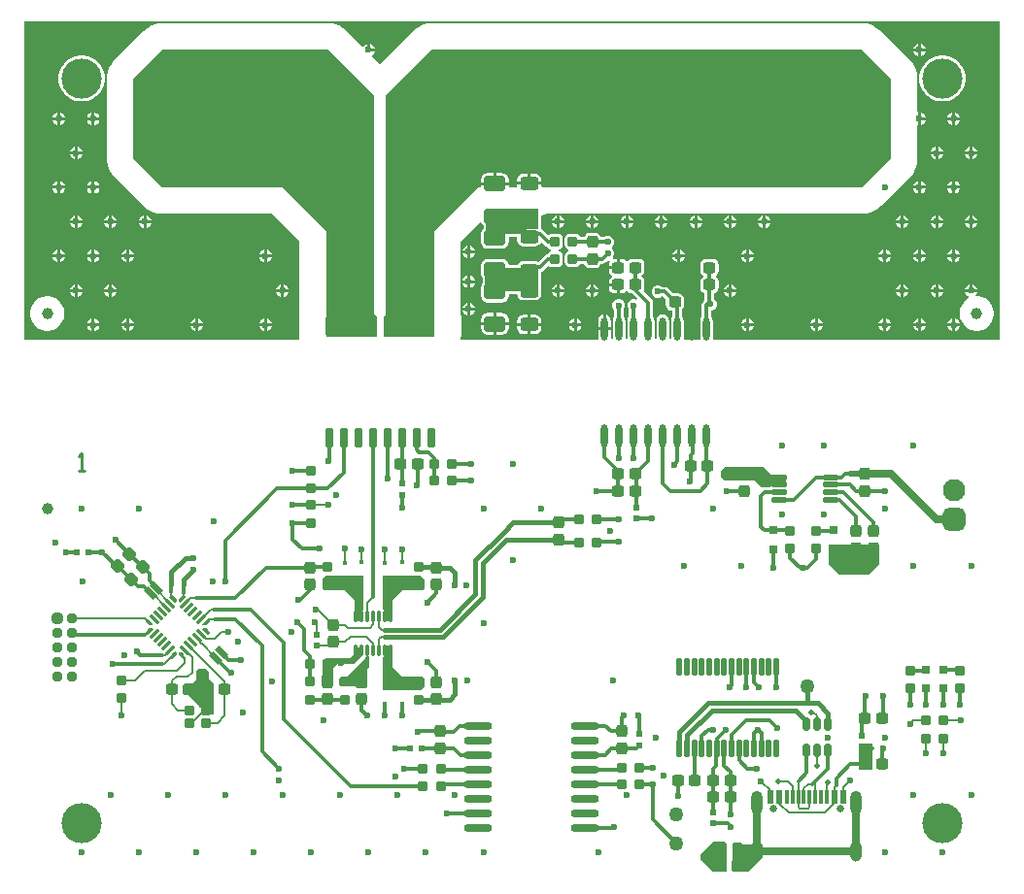
<source format=gtl>
G04*
G04 #@! TF.GenerationSoftware,Altium Limited,Altium Designer,24.2.2 (26)*
G04*
G04 Layer_Physical_Order=1*
G04 Layer_Color=5724159*
%FSLAX44Y44*%
%MOMM*%
G71*
G04*
G04 #@! TF.SameCoordinates,6A8CA8D3-F6E6-494B-9A6B-4A02BC4B17F5*
G04*
G04*
G04 #@! TF.FilePolarity,Positive*
G04*
G01*
G75*
%ADD12C,0.5000*%
%ADD14C,0.2000*%
%ADD15C,0.2540*%
G04:AMPARAMS|DCode=17|XSize=1.9mm|YSize=1.4mm|CornerRadius=0.35mm|HoleSize=0mm|Usage=FLASHONLY|Rotation=0.000|XOffset=0mm|YOffset=0mm|HoleType=Round|Shape=RoundedRectangle|*
%AMROUNDEDRECTD17*
21,1,1.9000,0.7000,0,0,0.0*
21,1,1.2000,1.4000,0,0,0.0*
1,1,0.7000,0.6000,-0.3500*
1,1,0.7000,-0.6000,-0.3500*
1,1,0.7000,-0.6000,0.3500*
1,1,0.7000,0.6000,0.3500*
%
%ADD17ROUNDEDRECTD17*%
%ADD18C,1.0000*%
%ADD19R,0.3000X1.1500*%
%ADD20R,0.6000X1.1500*%
G04:AMPARAMS|DCode=21|XSize=0.5213mm|YSize=1.1725mm|CornerRadius=0mm|HoleSize=0mm|Usage=FLASHONLY|Rotation=45.000|XOffset=0mm|YOffset=0mm|HoleType=Round|Shape=Rectangle|*
%AMROTATEDRECTD21*
4,1,4,0.2302,-0.5988,-0.5988,0.2302,-0.2302,0.5988,0.5988,-0.2302,0.2302,-0.5988,0.0*
%
%ADD21ROTATEDRECTD21*%

G04:AMPARAMS|DCode=22|XSize=1mm|YSize=1.05mm|CornerRadius=0.25mm|HoleSize=0mm|Usage=FLASHONLY|Rotation=90.000|XOffset=0mm|YOffset=0mm|HoleType=Round|Shape=RoundedRectangle|*
%AMROUNDEDRECTD22*
21,1,1.0000,0.5500,0,0,90.0*
21,1,0.5000,1.0500,0,0,90.0*
1,1,0.5000,0.2750,0.2500*
1,1,0.5000,0.2750,-0.2500*
1,1,0.5000,-0.2750,-0.2500*
1,1,0.5000,-0.2750,0.2500*
%
%ADD22ROUNDEDRECTD22*%
G04:AMPARAMS|DCode=23|XSize=0.9mm|YSize=0.8mm|CornerRadius=0.2mm|HoleSize=0mm|Usage=FLASHONLY|Rotation=0.000|XOffset=0mm|YOffset=0mm|HoleType=Round|Shape=RoundedRectangle|*
%AMROUNDEDRECTD23*
21,1,0.9000,0.4000,0,0,0.0*
21,1,0.5000,0.8000,0,0,0.0*
1,1,0.4000,0.2500,-0.2000*
1,1,0.4000,-0.2500,-0.2000*
1,1,0.4000,-0.2500,0.2000*
1,1,0.4000,0.2500,0.2000*
%
%ADD23ROUNDEDRECTD23*%
G04:AMPARAMS|DCode=24|XSize=0.9mm|YSize=0.85mm|CornerRadius=0.2125mm|HoleSize=0mm|Usage=FLASHONLY|Rotation=0.000|XOffset=0mm|YOffset=0mm|HoleType=Round|Shape=RoundedRectangle|*
%AMROUNDEDRECTD24*
21,1,0.9000,0.4250,0,0,0.0*
21,1,0.4750,0.8500,0,0,0.0*
1,1,0.4250,0.2375,-0.2125*
1,1,0.4250,-0.2375,-0.2125*
1,1,0.4250,-0.2375,0.2125*
1,1,0.4250,0.2375,0.2125*
%
%ADD24ROUNDEDRECTD24*%
G04:AMPARAMS|DCode=25|XSize=1mm|YSize=1.05mm|CornerRadius=0.25mm|HoleSize=0mm|Usage=FLASHONLY|Rotation=135.000|XOffset=0mm|YOffset=0mm|HoleType=Round|Shape=RoundedRectangle|*
%AMROUNDEDRECTD25*
21,1,1.0000,0.5500,0,0,135.0*
21,1,0.5000,1.0500,0,0,135.0*
1,1,0.5000,0.0177,0.3712*
1,1,0.5000,0.3712,0.0177*
1,1,0.5000,-0.0177,-0.3712*
1,1,0.5000,-0.3712,-0.0177*
%
%ADD25ROUNDEDRECTD25*%
G04:AMPARAMS|DCode=26|XSize=0.3mm|YSize=0.25mm|CornerRadius=0mm|HoleSize=0mm|Usage=FLASHONLY|Rotation=315.000|XOffset=0mm|YOffset=0mm|HoleType=Round|Shape=Rectangle|*
%AMROTATEDRECTD26*
4,1,4,-0.1945,0.0177,-0.0177,0.1945,0.1945,-0.0177,0.0177,-0.1945,-0.1945,0.0177,0.0*
%
%ADD26ROTATEDRECTD26*%

G04:AMPARAMS|DCode=27|XSize=0.3mm|YSize=0.25mm|CornerRadius=0mm|HoleSize=0mm|Usage=FLASHONLY|Rotation=225.000|XOffset=0mm|YOffset=0mm|HoleType=Round|Shape=Rectangle|*
%AMROTATEDRECTD27*
4,1,4,0.0177,0.1945,0.1945,0.0177,-0.0177,-0.1945,-0.1945,-0.0177,0.0177,0.1945,0.0*
%
%ADD27ROTATEDRECTD27*%

G04:AMPARAMS|DCode=28|XSize=0.3mm|YSize=1mm|CornerRadius=0mm|HoleSize=0mm|Usage=FLASHONLY|Rotation=225.000|XOffset=0mm|YOffset=0mm|HoleType=Round|Shape=Rectangle|*
%AMROTATEDRECTD28*
4,1,4,-0.2475,0.4596,0.4596,-0.2475,0.2475,-0.4596,-0.4596,0.2475,-0.2475,0.4596,0.0*
%
%ADD28ROTATEDRECTD28*%

G04:AMPARAMS|DCode=29|XSize=0.3mm|YSize=1mm|CornerRadius=0mm|HoleSize=0mm|Usage=FLASHONLY|Rotation=135.000|XOffset=0mm|YOffset=0mm|HoleType=Round|Shape=Rectangle|*
%AMROTATEDRECTD29*
4,1,4,0.4596,0.2475,-0.2475,-0.4596,-0.4596,-0.2475,0.2475,0.4596,0.4596,0.2475,0.0*
%
%ADD29ROTATEDRECTD29*%

%ADD30R,0.5000X0.6000*%
G04:AMPARAMS|DCode=31|XSize=1mm|YSize=1.05mm|CornerRadius=0.25mm|HoleSize=0mm|Usage=FLASHONLY|Rotation=0.000|XOffset=0mm|YOffset=0mm|HoleType=Round|Shape=RoundedRectangle|*
%AMROUNDEDRECTD31*
21,1,1.0000,0.5500,0,0,0.0*
21,1,0.5000,1.0500,0,0,0.0*
1,1,0.5000,0.2500,-0.2750*
1,1,0.5000,-0.2500,-0.2750*
1,1,0.5000,-0.2500,0.2750*
1,1,0.5000,0.2500,0.2750*
%
%ADD31ROUNDEDRECTD31*%
%ADD32R,0.3500X0.3500*%
%ADD33O,0.3000X1.0500*%
%ADD34R,0.6000X0.5000*%
G04:AMPARAMS|DCode=35|XSize=0.9mm|YSize=0.85mm|CornerRadius=0.2125mm|HoleSize=0mm|Usage=FLASHONLY|Rotation=270.000|XOffset=0mm|YOffset=0mm|HoleType=Round|Shape=RoundedRectangle|*
%AMROUNDEDRECTD35*
21,1,0.9000,0.4250,0,0,270.0*
21,1,0.4750,0.8500,0,0,270.0*
1,1,0.4250,-0.2125,-0.2375*
1,1,0.4250,-0.2125,0.2375*
1,1,0.4250,0.2125,0.2375*
1,1,0.4250,0.2125,-0.2375*
%
%ADD35ROUNDEDRECTD35*%
G04:AMPARAMS|DCode=36|XSize=0.6mm|YSize=1.2mm|CornerRadius=0.15mm|HoleSize=0mm|Usage=FLASHONLY|Rotation=180.000|XOffset=0mm|YOffset=0mm|HoleType=Round|Shape=RoundedRectangle|*
%AMROUNDEDRECTD36*
21,1,0.6000,0.9000,0,0,180.0*
21,1,0.3000,1.2000,0,0,180.0*
1,1,0.3000,-0.1500,0.4500*
1,1,0.3000,0.1500,0.4500*
1,1,0.3000,0.1500,-0.4500*
1,1,0.3000,-0.1500,-0.4500*
%
%ADD36ROUNDEDRECTD36*%
%ADD37R,0.8000X0.8000*%
G04:AMPARAMS|DCode=38|XSize=0.45mm|YSize=1.35mm|CornerRadius=0.0495mm|HoleSize=0mm|Usage=FLASHONLY|Rotation=270.000|XOffset=0mm|YOffset=0mm|HoleType=Round|Shape=RoundedRectangle|*
%AMROUNDEDRECTD38*
21,1,0.4500,1.2510,0,0,270.0*
21,1,0.3510,1.3500,0,0,270.0*
1,1,0.0990,-0.6255,-0.1755*
1,1,0.0990,-0.6255,0.1755*
1,1,0.0990,0.6255,0.1755*
1,1,0.0990,0.6255,-0.1755*
%
%ADD38ROUNDEDRECTD38*%
G04:AMPARAMS|DCode=39|XSize=1.65mm|YSize=4.41mm|CornerRadius=0.0495mm|HoleSize=0mm|Usage=FLASHONLY|Rotation=270.000|XOffset=0mm|YOffset=0mm|HoleType=Round|Shape=RoundedRectangle|*
%AMROUNDEDRECTD39*
21,1,1.6500,4.3110,0,0,270.0*
21,1,1.5510,4.4100,0,0,270.0*
1,1,0.0990,-2.1555,-0.7755*
1,1,0.0990,-2.1555,0.7755*
1,1,0.0990,2.1555,0.7755*
1,1,0.0990,2.1555,-0.7755*
%
%ADD39ROUNDEDRECTD39*%
G04:AMPARAMS|DCode=40|XSize=1.65mm|YSize=0.6mm|CornerRadius=0.051mm|HoleSize=0mm|Usage=FLASHONLY|Rotation=270.000|XOffset=0mm|YOffset=0mm|HoleType=Round|Shape=RoundedRectangle|*
%AMROUNDEDRECTD40*
21,1,1.6500,0.4980,0,0,270.0*
21,1,1.5480,0.6000,0,0,270.0*
1,1,0.1020,-0.2490,-0.7740*
1,1,0.1020,-0.2490,0.7740*
1,1,0.1020,0.2490,0.7740*
1,1,0.1020,0.2490,-0.7740*
%
%ADD40ROUNDEDRECTD40*%
%ADD41O,0.6000X2.0000*%
G04:AMPARAMS|DCode=42|XSize=1.6mm|YSize=1.15mm|CornerRadius=0.2875mm|HoleSize=0mm|Usage=FLASHONLY|Rotation=0.000|XOffset=0mm|YOffset=0mm|HoleType=Round|Shape=RoundedRectangle|*
%AMROUNDEDRECTD42*
21,1,1.6000,0.5750,0,0,0.0*
21,1,1.0250,1.1500,0,0,0.0*
1,1,0.5750,0.5125,-0.2875*
1,1,0.5750,-0.5125,-0.2875*
1,1,0.5750,-0.5125,0.2875*
1,1,0.5750,0.5125,0.2875*
%
%ADD42ROUNDEDRECTD42*%
%ADD43O,0.5000X1.6000*%
%ADD44O,2.4500X0.7000*%
G04:AMPARAMS|DCode=69|XSize=1mm|YSize=1.8mm|CornerRadius=0.5mm|HoleSize=0mm|Usage=FLASHONLY|Rotation=0.000|XOffset=0mm|YOffset=0mm|HoleType=Round|Shape=RoundedRectangle|*
%AMROUNDEDRECTD69*
21,1,1.0000,0.8000,0,0,0.0*
21,1,0.0000,1.8000,0,0,0.0*
1,1,1.0000,0.0000,-0.4000*
1,1,1.0000,0.0000,-0.4000*
1,1,1.0000,0.0000,0.4000*
1,1,1.0000,0.0000,0.4000*
%
%ADD69ROUNDEDRECTD69*%
G04:AMPARAMS|DCode=70|XSize=1mm|YSize=2.1mm|CornerRadius=0.5mm|HoleSize=0mm|Usage=FLASHONLY|Rotation=0.000|XOffset=0mm|YOffset=0mm|HoleType=Round|Shape=RoundedRectangle|*
%AMROUNDEDRECTD70*
21,1,1.0000,1.1000,0,0,0.0*
21,1,0.0000,2.1000,0,0,0.0*
1,1,1.0000,0.0000,-0.5500*
1,1,1.0000,0.0000,-0.5500*
1,1,1.0000,0.0000,0.5500*
1,1,1.0000,0.0000,0.5500*
%
%ADD70ROUNDEDRECTD70*%
%ADD71C,0.6500*%
%ADD81C,0.3000*%
%ADD82C,0.3810*%
%ADD83C,0.7000*%
%ADD84C,3.2000*%
%ADD85C,0.9500*%
G04:AMPARAMS|DCode=86|XSize=0.95mm|YSize=0.95mm|CornerRadius=0.2375mm|HoleSize=0mm|Usage=FLASHONLY|Rotation=270.000|XOffset=0mm|YOffset=0mm|HoleType=Round|Shape=RoundedRectangle|*
%AMROUNDEDRECTD86*
21,1,0.9500,0.4750,0,0,270.0*
21,1,0.4750,0.9500,0,0,270.0*
1,1,0.4750,-0.2375,-0.2375*
1,1,0.4750,-0.2375,0.2375*
1,1,0.4750,0.2375,0.2375*
1,1,0.4750,0.2375,-0.2375*
%
%ADD86ROUNDEDRECTD86*%
G04:AMPARAMS|DCode=87|XSize=1.95mm|YSize=1.95mm|CornerRadius=0.4875mm|HoleSize=0mm|Usage=FLASHONLY|Rotation=90.000|XOffset=0mm|YOffset=0mm|HoleType=Round|Shape=RoundedRectangle|*
%AMROUNDEDRECTD87*
21,1,1.9500,0.9750,0,0,90.0*
21,1,0.9750,1.9500,0,0,90.0*
1,1,0.9750,0.4875,0.4875*
1,1,0.9750,0.4875,-0.4875*
1,1,0.9750,-0.4875,-0.4875*
1,1,0.9750,-0.4875,0.4875*
%
%ADD87ROUNDEDRECTD87*%
%ADD88C,1.9500*%
%ADD89C,3.5000*%
%ADD90C,0.6000*%
%ADD91C,1.2700*%
%ADD92C,0.5000*%
G36*
X1329955Y1199893D02*
X1330803Y1199197D01*
X1354197Y1175803D01*
X1354893Y1174956D01*
X1355000Y1173865D01*
Y1146065D01*
Y1133934D01*
Y1106135D01*
X1354893Y1105044D01*
X1354197Y1104197D01*
X1330803Y1080803D01*
X1329955Y1080107D01*
X1328865Y1080000D01*
X1051554Y1080000D01*
X1050646Y1081270D01*
Y1082480D01*
X1029354D01*
Y1080875D01*
X1028636Y1080000D01*
X1022158D01*
Y1081730D01*
X997842D01*
Y1080000D01*
X995000D01*
X957000Y1042000D01*
Y1032427D01*
X957000Y1032427D01*
X957000Y1032427D01*
Y971098D01*
Y950000D01*
X913000D01*
Y967000D01*
X915000Y969000D01*
Y1160000D01*
X954197Y1199197D01*
X955044Y1199893D01*
X956135Y1200000D01*
X1328865D01*
X1329955Y1199893D01*
D02*
G37*
G36*
X1450000Y947000D02*
X1200831D01*
X1199850Y948250D01*
X1200099Y949500D01*
Y963500D01*
X1199669Y965662D01*
X1198569Y967307D01*
Y972460D01*
X1199102D01*
X1201138Y973303D01*
X1202697Y974862D01*
X1203540Y976898D01*
Y979102D01*
X1202697Y981138D01*
X1201138Y982697D01*
X1201119Y982704D01*
Y987634D01*
X1201717Y987752D01*
X1203384Y988866D01*
X1204498Y990534D01*
X1204889Y992500D01*
Y997500D01*
X1204498Y999466D01*
X1203384Y1001134D01*
X1202464Y1001748D01*
Y1003252D01*
X1203384Y1003866D01*
X1204498Y1005534D01*
X1204889Y1007500D01*
Y1012500D01*
X1204498Y1014466D01*
X1203384Y1016134D01*
X1201717Y1017248D01*
X1199750Y1017639D01*
X1194250D01*
X1192283Y1017248D01*
X1190616Y1016134D01*
X1189502Y1014466D01*
X1189111Y1012500D01*
Y1007500D01*
X1189502Y1005534D01*
X1190616Y1003866D01*
X1191536Y1003252D01*
Y1001748D01*
X1190616Y1001134D01*
X1189502Y999466D01*
X1189111Y997500D01*
Y992500D01*
X1189502Y990534D01*
X1190616Y988866D01*
X1192283Y987752D01*
X1192881Y987634D01*
Y981706D01*
X1191537Y980363D01*
X1190645Y979026D01*
X1190331Y977450D01*
Y967307D01*
X1189231Y965662D01*
X1188801Y963500D01*
Y949500D01*
X1189050Y948250D01*
X1188069Y947000D01*
X1175431D01*
X1174450Y948250D01*
X1174699Y949500D01*
Y963500D01*
X1174269Y965662D01*
X1173169Y967307D01*
Y973723D01*
X1173384Y973866D01*
X1174498Y975534D01*
X1174889Y977500D01*
Y982500D01*
X1174498Y984466D01*
X1173384Y986134D01*
X1171717Y987248D01*
X1169750Y987639D01*
X1165187D01*
X1160913Y991913D01*
X1159576Y992806D01*
X1158000Y993119D01*
X1155716D01*
X1155138Y993697D01*
X1153102Y994540D01*
X1150898D01*
X1148862Y993697D01*
X1147303Y992138D01*
X1146460Y990102D01*
Y987898D01*
X1147303Y985862D01*
X1148862Y984303D01*
X1150898Y983460D01*
X1153102D01*
X1155138Y984303D01*
X1155716Y984881D01*
X1156294D01*
X1159111Y982063D01*
Y977500D01*
X1159502Y975534D01*
X1160616Y973866D01*
X1162283Y972752D01*
X1164250Y972361D01*
X1164931D01*
Y967307D01*
X1163831Y965662D01*
X1163401Y963500D01*
Y949500D01*
X1163498Y949014D01*
X1162700Y948035D01*
X1161902Y949014D01*
X1161999Y949500D01*
Y963500D01*
X1161569Y965662D01*
X1160344Y967494D01*
X1158512Y968719D01*
X1156350Y969149D01*
X1154188Y968719D01*
X1152356Y967494D01*
X1151132Y965662D01*
X1150702Y963500D01*
Y949500D01*
X1150798Y949014D01*
X1150000Y948035D01*
X1149202Y949014D01*
X1149299Y949500D01*
Y963500D01*
X1148869Y965662D01*
X1147769Y967307D01*
Y979350D01*
X1147456Y980926D01*
X1146563Y982263D01*
X1139314Y989511D01*
X1139998Y990534D01*
X1140389Y992500D01*
Y997500D01*
X1139998Y999466D01*
X1138884Y1001134D01*
X1137964Y1001748D01*
Y1003252D01*
X1138884Y1003866D01*
X1139998Y1005534D01*
X1140389Y1007500D01*
Y1012500D01*
X1139998Y1014466D01*
X1138884Y1016134D01*
X1137216Y1017247D01*
X1135250Y1017639D01*
X1129750D01*
X1127784Y1017247D01*
X1126116Y1016134D01*
X1125752Y1015588D01*
X1124248D01*
X1123884Y1016134D01*
X1122217Y1017247D01*
X1120250Y1017639D01*
X1118770D01*
Y1010000D01*
X1117500D01*
Y1008730D01*
X1109611D01*
Y1007500D01*
X1110003Y1005534D01*
X1111116Y1003866D01*
X1112036Y1003252D01*
Y1001748D01*
X1111116Y1001134D01*
X1110003Y999466D01*
X1109611Y997500D01*
Y996270D01*
X1117500D01*
Y995000D01*
X1118770D01*
Y987361D01*
X1120250D01*
X1122217Y987752D01*
X1123884Y988866D01*
X1124248Y989412D01*
X1125752D01*
X1126116Y988866D01*
X1127784Y987752D01*
X1129750Y987361D01*
X1129813D01*
X1134116Y983059D01*
X1133408Y981999D01*
X1132102Y982540D01*
X1129898D01*
X1127862Y981697D01*
X1126303Y980138D01*
X1125460Y978102D01*
Y975898D01*
X1126303Y973862D01*
X1126831Y973334D01*
Y967307D01*
X1125732Y965662D01*
X1125302Y963500D01*
Y949500D01*
X1125398Y949014D01*
X1124600Y948035D01*
X1123802Y949014D01*
X1123899Y949500D01*
Y963500D01*
X1123469Y965662D01*
X1122369Y967307D01*
Y973534D01*
X1122697Y973862D01*
X1123540Y975898D01*
Y978102D01*
X1122697Y980138D01*
X1121138Y981697D01*
X1119102Y982540D01*
X1116898D01*
X1114862Y981697D01*
X1113303Y980138D01*
X1112460Y978102D01*
Y975898D01*
X1113303Y973862D01*
X1114131Y973034D01*
Y967307D01*
X1113031Y965662D01*
X1112601Y963500D01*
Y949500D01*
X1112698Y949014D01*
X1111900Y948035D01*
X1111102Y949014D01*
X1111199Y949500D01*
Y955230D01*
X1099902D01*
Y949500D01*
X1100150Y948250D01*
X1099169Y947000D01*
X981101D01*
X980261Y947926D01*
X980564Y950995D01*
Y966505D01*
X980111Y971098D01*
Y1032427D01*
X997111Y1049426D01*
X998425Y1048972D01*
X999645Y1047145D01*
X999961Y1046935D01*
Y1044065D01*
X999645Y1043855D01*
X998310Y1041857D01*
X997842Y1039500D01*
Y1032500D01*
X998310Y1030143D01*
X999645Y1028145D01*
X1001643Y1026810D01*
X1004000Y1026342D01*
X1016000D01*
X1018357Y1026810D01*
X1020355Y1028145D01*
X1021690Y1030143D01*
X1022158Y1032500D01*
Y1036961D01*
X1029354D01*
Y1033875D01*
X1029774Y1031762D01*
X1030971Y1029971D01*
X1032762Y1028774D01*
X1034875Y1028354D01*
X1045125D01*
X1047238Y1028774D01*
X1049029Y1029971D01*
X1049993Y1031414D01*
X1051405Y1031770D01*
X1053587Y1029587D01*
X1054924Y1028694D01*
X1055683Y1028543D01*
X1055731Y1028305D01*
X1056762Y1026762D01*
X1058305Y1025731D01*
X1058775Y1025637D01*
Y1024363D01*
X1058305Y1024269D01*
X1056762Y1023238D01*
X1055731Y1021695D01*
X1055683Y1021457D01*
X1054924Y1021306D01*
X1053587Y1020413D01*
X1047935Y1014760D01*
X1047238Y1015226D01*
X1045125Y1015646D01*
X1034875D01*
X1032762Y1015226D01*
X1030971Y1014029D01*
X1029774Y1012238D01*
X1029735Y1012039D01*
X1022051D01*
X1021690Y1013857D01*
X1020355Y1015855D01*
X1018357Y1017189D01*
X1016000Y1017658D01*
X1004000D01*
X1001643Y1017189D01*
X999645Y1015855D01*
X998310Y1013857D01*
X997842Y1011500D01*
Y1004500D01*
X998310Y1002143D01*
X999604Y1000207D01*
Y996793D01*
X998310Y994857D01*
X997842Y992500D01*
Y985500D01*
X998310Y983143D01*
X999645Y981145D01*
X1001643Y979810D01*
X1004000Y979342D01*
X1016000D01*
X1018357Y979810D01*
X1020355Y981145D01*
X1021690Y983143D01*
X1022158Y985500D01*
Y986961D01*
X1029354D01*
Y986875D01*
X1029774Y984762D01*
X1030971Y982971D01*
X1032762Y981774D01*
X1034875Y981354D01*
X1045125D01*
X1047238Y981774D01*
X1049029Y982971D01*
X1050226Y984762D01*
X1050646Y986875D01*
Y992625D01*
X1050226Y994738D01*
X1050039Y995017D01*
Y1001983D01*
X1050226Y1002262D01*
X1050646Y1004375D01*
Y1006409D01*
X1050826Y1006444D01*
X1052163Y1007337D01*
X1056603Y1011777D01*
X1056762Y1011762D01*
X1058305Y1010731D01*
X1060125Y1010369D01*
X1064375D01*
X1066195Y1010731D01*
X1067738Y1011762D01*
X1068769Y1013305D01*
X1069131Y1015125D01*
Y1019875D01*
X1068769Y1021695D01*
X1067738Y1023238D01*
X1066195Y1024269D01*
X1065725Y1024363D01*
Y1025637D01*
X1066195Y1025731D01*
X1067738Y1026762D01*
X1068769Y1028305D01*
X1069131Y1030125D01*
Y1034875D01*
X1068769Y1036695D01*
X1067738Y1038238D01*
X1066195Y1039269D01*
X1064375Y1039631D01*
X1060125D01*
X1058305Y1039269D01*
X1056762Y1038238D01*
X1056603Y1038223D01*
X1052163Y1042663D01*
X1050826Y1043556D01*
X1050009Y1043718D01*
X1050039Y1043869D01*
Y1048983D01*
X1050226Y1049262D01*
X1050646Y1051375D01*
Y1055510D01*
X1055075Y1056854D01*
X1055140Y1056889D01*
X1330000Y1056889D01*
X1330000Y1056889D01*
X1332254Y1057111D01*
X1334509Y1057333D01*
X1338844Y1058648D01*
X1342840Y1060784D01*
X1346342Y1063658D01*
X1346342Y1063658D01*
X1371342Y1088658D01*
X1374216Y1092160D01*
X1376352Y1096156D01*
X1377667Y1100491D01*
X1377889Y1102746D01*
X1378111Y1105000D01*
X1378111Y1105000D01*
Y1133934D01*
X1378730Y1134347D01*
Y1140000D01*
Y1145652D01*
X1378111Y1146065D01*
Y1175000D01*
X1378111Y1175000D01*
X1377889Y1177254D01*
X1377667Y1179509D01*
X1376352Y1183844D01*
X1374216Y1187840D01*
X1371342Y1191342D01*
X1371342Y1191342D01*
X1346342Y1216342D01*
X1342840Y1219216D01*
X1338844Y1221352D01*
X1334509Y1222667D01*
X1332254Y1222889D01*
X1330000Y1223111D01*
X1330000Y1223111D01*
X955000D01*
X955000Y1223111D01*
X952629Y1222878D01*
X950491Y1222667D01*
X946156Y1221352D01*
X942160Y1219216D01*
X938658Y1216342D01*
X938658Y1216342D01*
X910000Y1187684D01*
X903012Y1194672D01*
X903138Y1195303D01*
X904696Y1196861D01*
X905470Y1198730D01*
X900000D01*
Y1200000D01*
X898730D01*
Y1205470D01*
X896862Y1204696D01*
X895303Y1203138D01*
X894672Y1203012D01*
X881342Y1216342D01*
X881342Y1216342D01*
X877840Y1219216D01*
X873844Y1221352D01*
X869509Y1222667D01*
X867371Y1222878D01*
X865000Y1223111D01*
X865000Y1223111D01*
X720000D01*
X720000Y1223111D01*
X717746Y1222889D01*
X715491Y1222667D01*
X711156Y1221352D01*
X707160Y1219216D01*
X703658Y1216342D01*
X703658Y1216342D01*
X678658Y1191342D01*
X675784Y1187840D01*
X673648Y1183844D01*
X672333Y1179509D01*
X672111Y1177254D01*
X671889Y1175000D01*
X671889Y1175000D01*
Y1105000D01*
X671889Y1105000D01*
X672111Y1102746D01*
X672333Y1100491D01*
X673648Y1096156D01*
X675784Y1092160D01*
X678658Y1088658D01*
X678658Y1088658D01*
X703658Y1063658D01*
X707160Y1060784D01*
X711156Y1058648D01*
X715491Y1057333D01*
X717746Y1057111D01*
X720000Y1056889D01*
X720000Y1056889D01*
X815427D01*
X839889Y1032427D01*
Y971098D01*
X839436Y966505D01*
Y950995D01*
X839739Y947926D01*
X838899Y947000D01*
X600000D01*
Y1225000D01*
X1450000D01*
Y947000D01*
D02*
G37*
G36*
X1048000Y1043869D02*
X1040000D01*
X1038424Y1043556D01*
X1037087Y1042663D01*
X1036194Y1041326D01*
X1035881Y1039750D01*
X1035265Y1039000D01*
X1002000D01*
Y1061000D01*
X1048000D01*
Y1043869D01*
D02*
G37*
G36*
X1035563Y1008266D02*
X1036545Y1006795D01*
X1038016Y1005813D01*
X1039750Y1005468D01*
X1041484Y1005813D01*
X1041960Y1006131D01*
X1048000D01*
Y989000D01*
X1001643D01*
Y1010000D01*
X1035218D01*
X1035563Y1008266D01*
D02*
G37*
G36*
X864956Y1199893D02*
X865803Y1199197D01*
X878330Y1186670D01*
X878330Y1186670D01*
X905000Y1160000D01*
Y969000D01*
X907000Y967000D01*
Y950000D01*
X863000D01*
Y1032427D01*
X863000Y1032427D01*
X863000Y1032427D01*
Y1042000D01*
X831769Y1073231D01*
X831769Y1073231D01*
X831769Y1073231D01*
X825000Y1080000D01*
X815427D01*
X815427Y1080000D01*
X815427Y1080000D01*
X721135D01*
X720044Y1080107D01*
X719197Y1080803D01*
X695803Y1104197D01*
X695107Y1105044D01*
X695000Y1106135D01*
Y1173865D01*
X695107Y1174956D01*
X695803Y1175803D01*
X719197Y1199197D01*
X720044Y1199893D01*
X721135Y1200000D01*
X863865D01*
X864956Y1199893D01*
D02*
G37*
G36*
X1244500Y836000D02*
X1251000Y829500D01*
X1263500D01*
Y819099D01*
X1251495D01*
X1250311Y818864D01*
X1249766Y818500D01*
X1241750D01*
X1236250Y824000D01*
X1210500Y824000D01*
X1206750Y827750D01*
X1206750Y832250D01*
X1210500Y836000D01*
X1244500Y836000D01*
D02*
G37*
G36*
X1345000Y751000D02*
X1336000Y742000D01*
X1310000D01*
X1301000Y751000D01*
Y768000D01*
X1345000D01*
Y751000D01*
D02*
G37*
G36*
X740748Y723090D02*
X735621Y717963D01*
X734525Y719059D01*
X734525Y721110D01*
X738626Y725211D01*
X740748Y723090D01*
D02*
G37*
G36*
X732475Y721110D02*
X732475Y719059D01*
X731379Y717963D01*
X726252Y723090D01*
X728373Y725211D01*
X732475Y721110D01*
D02*
G37*
G36*
X948500Y738250D02*
Y730500D01*
X947000Y729000D01*
X929000D01*
X920500Y720500D01*
Y701750D01*
X913530D01*
X913119Y702250D01*
Y709750D01*
X912806Y711326D01*
X912250Y712158D01*
Y741000D01*
X945750D01*
X948500Y738250D01*
D02*
G37*
G36*
X895750Y719508D02*
X895665Y719381D01*
X895391Y718000D01*
Y711620D01*
X895194Y711326D01*
X894881Y709750D01*
Y702250D01*
X894471Y701750D01*
X887500D01*
Y720500D01*
X879000Y729000D01*
X861000D01*
X859500Y730500D01*
Y738250D01*
X862250Y741000D01*
X895750D01*
Y719508D01*
D02*
G37*
G36*
X761961Y701877D02*
X757860Y697775D01*
X755809Y697775D01*
X754713Y698871D01*
X759840Y703998D01*
X761961Y701877D01*
D02*
G37*
G36*
X712287Y698871D02*
X711191Y697775D01*
X709140Y697775D01*
X705039Y701877D01*
X707160Y703998D01*
X712287Y698871D01*
D02*
G37*
G36*
X757860Y695725D02*
X761961Y691624D01*
X759840Y689502D01*
X754713Y694629D01*
X755809Y695725D01*
X757860Y695725D01*
D02*
G37*
G36*
X712287Y694629D02*
X707160Y689502D01*
X705039Y691624D01*
X709140Y695725D01*
X711191Y695725D01*
X712287Y694629D01*
D02*
G37*
G36*
X740748Y670410D02*
X738626Y668289D01*
X734525Y672390D01*
X734525Y674441D01*
X735621Y675537D01*
X740748Y670410D01*
D02*
G37*
G36*
X732475Y674441D02*
X732475Y672390D01*
X728373Y668289D01*
X726252Y670410D01*
X731379Y675537D01*
X732475Y674441D01*
D02*
G37*
G36*
X894881Y672250D02*
X894942Y671942D01*
X887500Y664500D01*
X872750D01*
X869000Y660750D01*
Y649000D01*
X859000D01*
Y654000D01*
X860000Y655000D01*
Y667000D01*
X862000Y669000D01*
X883750D01*
X887500Y672750D01*
Y679000D01*
X894881D01*
Y672250D01*
D02*
G37*
G36*
X899881D02*
X900194Y670674D01*
X900500Y670216D01*
Y661500D01*
X899000Y660000D01*
Y645000D01*
X897250Y643250D01*
X889500D01*
X888250Y644500D01*
X876000D01*
X874250Y646250D01*
Y651250D01*
X876000Y653000D01*
X881000D01*
X897500Y669500D01*
Y670216D01*
X897806Y670674D01*
X898119Y672250D01*
Y679000D01*
X899881D01*
Y672250D01*
D02*
G37*
G36*
X920500Y661500D02*
X929000Y653000D01*
X947000D01*
X948500Y651500D01*
Y643750D01*
X945750Y641000D01*
X912250D01*
Y669842D01*
X912806Y670674D01*
X913119Y672250D01*
Y679750D01*
X913530Y680250D01*
X920500D01*
Y661500D01*
D02*
G37*
G36*
X761000Y657253D02*
Y651000D01*
X765000Y647000D01*
Y620000D01*
X760671D01*
X760286Y621270D01*
X760552Y621448D01*
X761335Y622619D01*
X761609Y624000D01*
X761335Y625381D01*
X760552Y626552D01*
X759381Y627335D01*
X758000Y627609D01*
X756518D01*
X755137Y627335D01*
X753966Y626552D01*
X753173Y625760D01*
X752000Y626246D01*
Y628000D01*
X743000Y637000D01*
X740000D01*
X738000Y639000D01*
Y645000D01*
X740000Y647000D01*
X746000D01*
X750000Y651000D01*
Y658000D01*
X752000Y660000D01*
X758253D01*
X761000Y657253D01*
D02*
G37*
G36*
X1339000Y574000D02*
Y572000D01*
X1327000D01*
Y580000D01*
Y595000D01*
X1339000D01*
Y574000D01*
D02*
G37*
G36*
X1243000Y495000D02*
X1231000Y483000D01*
X1217000D01*
Y506586D01*
X1218000Y507000D01*
X1243000D01*
Y495000D01*
D02*
G37*
G36*
X1212000Y507000D02*
Y484000D01*
X1211000Y483000D01*
X1200000D01*
X1189000Y494000D01*
Y498000D01*
X1200000Y509000D01*
X1210000D01*
X1212000Y507000D01*
D02*
G37*
%LPC*%
G36*
X1045125Y1092146D02*
X1041270D01*
Y1085020D01*
X1050646D01*
Y1086625D01*
X1050226Y1088738D01*
X1049029Y1090529D01*
X1047238Y1091726D01*
X1045125Y1092146D01*
D02*
G37*
G36*
X1038730D02*
X1034875D01*
X1032762Y1091726D01*
X1030971Y1090529D01*
X1029774Y1088738D01*
X1029354Y1086625D01*
Y1085020D01*
X1038730D01*
Y1092146D01*
D02*
G37*
G36*
X1016000Y1092658D02*
X1011270D01*
Y1084270D01*
X1022158D01*
Y1086500D01*
X1021690Y1088857D01*
X1020355Y1090855D01*
X1018357Y1092189D01*
X1016000Y1092658D01*
D02*
G37*
G36*
X1008730D02*
X1004000D01*
X1001643Y1092189D01*
X999645Y1090855D01*
X998310Y1088857D01*
X997842Y1086500D01*
Y1084270D01*
X1008730D01*
Y1092658D01*
D02*
G37*
G36*
X1381270Y1205470D02*
Y1201270D01*
X1385470D01*
X1384696Y1203138D01*
X1383138Y1204696D01*
X1381270Y1205470D01*
D02*
G37*
G36*
X1378730D02*
X1376861Y1204696D01*
X1375303Y1203138D01*
X1374529Y1201270D01*
X1378730D01*
Y1205470D01*
D02*
G37*
G36*
X901270D02*
Y1201270D01*
X905470D01*
X904696Y1203138D01*
X903138Y1204696D01*
X901270Y1205470D01*
D02*
G37*
G36*
X1385470Y1198730D02*
X1381270D01*
Y1194529D01*
X1383138Y1195303D01*
X1384696Y1196861D01*
X1385470Y1198730D01*
D02*
G37*
G36*
X1378730D02*
X1374529D01*
X1375303Y1196861D01*
X1376861Y1195303D01*
X1378730Y1194529D01*
Y1198730D01*
D02*
G37*
G36*
X1401974Y1195040D02*
X1398026D01*
X1394155Y1194270D01*
X1390508Y1192759D01*
X1387225Y1190566D01*
X1384434Y1187775D01*
X1382241Y1184492D01*
X1380730Y1180845D01*
X1379960Y1176974D01*
Y1173026D01*
X1380730Y1169155D01*
X1382241Y1165508D01*
X1384434Y1162225D01*
X1387225Y1159434D01*
X1390508Y1157241D01*
X1394155Y1155730D01*
X1398026Y1154960D01*
X1401974D01*
X1405845Y1155730D01*
X1409492Y1157241D01*
X1412775Y1159434D01*
X1415566Y1162225D01*
X1417759Y1165508D01*
X1419270Y1169155D01*
X1420040Y1173026D01*
Y1176974D01*
X1419270Y1180845D01*
X1417759Y1184492D01*
X1415566Y1187775D01*
X1412775Y1190566D01*
X1409492Y1192759D01*
X1405845Y1194270D01*
X1401974Y1195040D01*
D02*
G37*
G36*
X651974D02*
X648026D01*
X644155Y1194270D01*
X640508Y1192759D01*
X637225Y1190566D01*
X634434Y1187775D01*
X632241Y1184492D01*
X630730Y1180845D01*
X629960Y1176974D01*
Y1173026D01*
X630730Y1169155D01*
X632241Y1165508D01*
X634434Y1162225D01*
X637225Y1159434D01*
X640508Y1157241D01*
X644155Y1155730D01*
X648026Y1154960D01*
X651974D01*
X655845Y1155730D01*
X659492Y1157241D01*
X662775Y1159434D01*
X665566Y1162225D01*
X667759Y1165508D01*
X669270Y1169155D01*
X670040Y1173026D01*
Y1176974D01*
X669270Y1180845D01*
X667759Y1184492D01*
X665566Y1187775D01*
X662775Y1190566D01*
X659492Y1192759D01*
X655845Y1194270D01*
X651974Y1195040D01*
D02*
G37*
G36*
X1411270Y1145470D02*
Y1141270D01*
X1415470D01*
X1414696Y1143138D01*
X1413138Y1144696D01*
X1411270Y1145470D01*
D02*
G37*
G36*
X1408730D02*
X1406861Y1144696D01*
X1405303Y1143138D01*
X1404529Y1141270D01*
X1408730D01*
Y1145470D01*
D02*
G37*
G36*
X1381270D02*
Y1141270D01*
X1385470D01*
X1384696Y1143138D01*
X1383138Y1144696D01*
X1381270Y1145470D01*
D02*
G37*
G36*
X661270D02*
Y1141270D01*
X665470D01*
X664696Y1143138D01*
X663138Y1144696D01*
X661270Y1145470D01*
D02*
G37*
G36*
X658730D02*
X656862Y1144696D01*
X655303Y1143138D01*
X654529Y1141270D01*
X658730D01*
Y1145470D01*
D02*
G37*
G36*
X631270D02*
Y1141270D01*
X635470D01*
X634696Y1143138D01*
X633138Y1144696D01*
X631270Y1145470D01*
D02*
G37*
G36*
X628730D02*
X626862Y1144696D01*
X625303Y1143138D01*
X624529Y1141270D01*
X628730D01*
Y1145470D01*
D02*
G37*
G36*
X1415470Y1138730D02*
X1411270D01*
Y1134529D01*
X1413138Y1135303D01*
X1414696Y1136861D01*
X1415470Y1138730D01*
D02*
G37*
G36*
X1408730D02*
X1404529D01*
X1405303Y1136861D01*
X1406861Y1135303D01*
X1408730Y1134529D01*
Y1138730D01*
D02*
G37*
G36*
X1385470D02*
X1381270D01*
Y1134529D01*
X1383138Y1135303D01*
X1384696Y1136861D01*
X1385470Y1138730D01*
D02*
G37*
G36*
X665470D02*
X661270D01*
Y1134529D01*
X663138Y1135303D01*
X664696Y1136861D01*
X665470Y1138730D01*
D02*
G37*
G36*
X658730D02*
X654529D01*
X655303Y1136861D01*
X656862Y1135303D01*
X658730Y1134529D01*
Y1138730D01*
D02*
G37*
G36*
X635470D02*
X631270D01*
Y1134529D01*
X633138Y1135303D01*
X634696Y1136861D01*
X635470Y1138730D01*
D02*
G37*
G36*
X628730D02*
X624529D01*
X625303Y1136861D01*
X626862Y1135303D01*
X628730Y1134529D01*
Y1138730D01*
D02*
G37*
G36*
X1426270Y1115470D02*
Y1111270D01*
X1430470D01*
X1429696Y1113138D01*
X1428138Y1114696D01*
X1426270Y1115470D01*
D02*
G37*
G36*
X1423730D02*
X1421861Y1114696D01*
X1420303Y1113138D01*
X1419529Y1111270D01*
X1423730D01*
Y1115470D01*
D02*
G37*
G36*
X1396270D02*
Y1111270D01*
X1400470D01*
X1399696Y1113138D01*
X1398138Y1114696D01*
X1396270Y1115470D01*
D02*
G37*
G36*
X1393730D02*
X1391861Y1114696D01*
X1390303Y1113138D01*
X1389529Y1111270D01*
X1393730D01*
Y1115470D01*
D02*
G37*
G36*
X646270D02*
Y1111270D01*
X650470D01*
X649696Y1113138D01*
X648138Y1114696D01*
X646270Y1115470D01*
D02*
G37*
G36*
X643730D02*
X641862Y1114696D01*
X640303Y1113138D01*
X639529Y1111270D01*
X643730D01*
Y1115470D01*
D02*
G37*
G36*
X1430470Y1108730D02*
X1426270D01*
Y1104529D01*
X1428138Y1105303D01*
X1429696Y1106861D01*
X1430470Y1108730D01*
D02*
G37*
G36*
X1423730D02*
X1419529D01*
X1420303Y1106861D01*
X1421861Y1105303D01*
X1423730Y1104529D01*
Y1108730D01*
D02*
G37*
G36*
X1400470D02*
X1396270D01*
Y1104529D01*
X1398138Y1105303D01*
X1399696Y1106861D01*
X1400470Y1108730D01*
D02*
G37*
G36*
X1393730D02*
X1389529D01*
X1390303Y1106861D01*
X1391861Y1105303D01*
X1393730Y1104529D01*
Y1108730D01*
D02*
G37*
G36*
X650470D02*
X646270D01*
Y1104529D01*
X648138Y1105303D01*
X649696Y1106861D01*
X650470Y1108730D01*
D02*
G37*
G36*
X643730D02*
X639529D01*
X640303Y1106861D01*
X641862Y1105303D01*
X643730Y1104529D01*
Y1108730D01*
D02*
G37*
G36*
X1411270Y1085470D02*
Y1081270D01*
X1415470D01*
X1414696Y1083138D01*
X1413138Y1084696D01*
X1411270Y1085470D01*
D02*
G37*
G36*
X1408730D02*
X1406861Y1084696D01*
X1405303Y1083138D01*
X1404529Y1081270D01*
X1408730D01*
Y1085470D01*
D02*
G37*
G36*
X1381270D02*
Y1081270D01*
X1385470D01*
X1384696Y1083138D01*
X1383138Y1084696D01*
X1381270Y1085470D01*
D02*
G37*
G36*
X1378730D02*
X1376861Y1084696D01*
X1375303Y1083138D01*
X1374529Y1081270D01*
X1378730D01*
Y1085470D01*
D02*
G37*
G36*
X661270D02*
Y1081270D01*
X665470D01*
X664696Y1083138D01*
X663138Y1084696D01*
X661270Y1085470D01*
D02*
G37*
G36*
X658730D02*
X656862Y1084696D01*
X655303Y1083138D01*
X654529Y1081270D01*
X658730D01*
Y1085470D01*
D02*
G37*
G36*
X631270D02*
Y1081270D01*
X635470D01*
X634696Y1083138D01*
X633138Y1084696D01*
X631270Y1085470D01*
D02*
G37*
G36*
X628730D02*
X626862Y1084696D01*
X625303Y1083138D01*
X624529Y1081270D01*
X628730D01*
Y1085470D01*
D02*
G37*
G36*
X1415470Y1078730D02*
X1411270D01*
Y1074529D01*
X1413138Y1075303D01*
X1414696Y1076861D01*
X1415470Y1078730D01*
D02*
G37*
G36*
X1408730D02*
X1404529D01*
X1405303Y1076861D01*
X1406861Y1075303D01*
X1408730Y1074529D01*
Y1078730D01*
D02*
G37*
G36*
X1385470D02*
X1381270D01*
Y1074529D01*
X1383138Y1075303D01*
X1384696Y1076861D01*
X1385470Y1078730D01*
D02*
G37*
G36*
X1378730D02*
X1374529D01*
X1375303Y1076861D01*
X1376861Y1075303D01*
X1378730Y1074529D01*
Y1078730D01*
D02*
G37*
G36*
X665470D02*
X661270D01*
Y1074529D01*
X663138Y1075303D01*
X664696Y1076861D01*
X665470Y1078730D01*
D02*
G37*
G36*
X658730D02*
X654529D01*
X655303Y1076861D01*
X656862Y1075303D01*
X658730Y1074529D01*
Y1078730D01*
D02*
G37*
G36*
X635470D02*
X631270D01*
Y1074529D01*
X633138Y1075303D01*
X634696Y1076861D01*
X635470Y1078730D01*
D02*
G37*
G36*
X628730D02*
X624529D01*
X625303Y1076861D01*
X626862Y1075303D01*
X628730Y1074529D01*
Y1078730D01*
D02*
G37*
G36*
X1426270Y1055470D02*
Y1051270D01*
X1430470D01*
X1429696Y1053138D01*
X1428138Y1054696D01*
X1426270Y1055470D01*
D02*
G37*
G36*
X1423730D02*
X1421861Y1054696D01*
X1420303Y1053138D01*
X1419529Y1051270D01*
X1423730D01*
Y1055470D01*
D02*
G37*
G36*
X1396270D02*
Y1051270D01*
X1400470D01*
X1399696Y1053138D01*
X1398138Y1054696D01*
X1396270Y1055470D01*
D02*
G37*
G36*
X1393730D02*
X1391861Y1054696D01*
X1390303Y1053138D01*
X1389529Y1051270D01*
X1393730D01*
Y1055470D01*
D02*
G37*
G36*
X1366270D02*
Y1051270D01*
X1370470D01*
X1369696Y1053138D01*
X1368138Y1054696D01*
X1366270Y1055470D01*
D02*
G37*
G36*
X1363730D02*
X1361861Y1054696D01*
X1360303Y1053138D01*
X1359529Y1051270D01*
X1363730D01*
Y1055470D01*
D02*
G37*
G36*
X1246270D02*
Y1051270D01*
X1250470D01*
X1249696Y1053138D01*
X1248138Y1054696D01*
X1246270Y1055470D01*
D02*
G37*
G36*
X1243730D02*
X1241861Y1054696D01*
X1240303Y1053138D01*
X1239529Y1051270D01*
X1243730D01*
Y1055470D01*
D02*
G37*
G36*
X1216270D02*
Y1051270D01*
X1220470D01*
X1219696Y1053138D01*
X1218138Y1054696D01*
X1216270Y1055470D01*
D02*
G37*
G36*
X1213730D02*
X1211861Y1054696D01*
X1210303Y1053138D01*
X1209529Y1051270D01*
X1213730D01*
Y1055470D01*
D02*
G37*
G36*
X1186270D02*
Y1051270D01*
X1190470D01*
X1189696Y1053138D01*
X1188138Y1054696D01*
X1186270Y1055470D01*
D02*
G37*
G36*
X1183730D02*
X1181861Y1054696D01*
X1180303Y1053138D01*
X1179529Y1051270D01*
X1183730D01*
Y1055470D01*
D02*
G37*
G36*
X1156270D02*
Y1051270D01*
X1160470D01*
X1159696Y1053138D01*
X1158138Y1054696D01*
X1156270Y1055470D01*
D02*
G37*
G36*
X1153730D02*
X1151861Y1054696D01*
X1150303Y1053138D01*
X1149529Y1051270D01*
X1153730D01*
Y1055470D01*
D02*
G37*
G36*
X1126270D02*
Y1051270D01*
X1130470D01*
X1129696Y1053138D01*
X1128138Y1054696D01*
X1126270Y1055470D01*
D02*
G37*
G36*
X1123730D02*
X1121861Y1054696D01*
X1120303Y1053138D01*
X1119529Y1051270D01*
X1123730D01*
Y1055470D01*
D02*
G37*
G36*
X1096270D02*
Y1051270D01*
X1100470D01*
X1099696Y1053138D01*
X1098138Y1054696D01*
X1096270Y1055470D01*
D02*
G37*
G36*
X1093730D02*
X1091861Y1054696D01*
X1090303Y1053138D01*
X1089529Y1051270D01*
X1093730D01*
Y1055470D01*
D02*
G37*
G36*
X1066270D02*
Y1051270D01*
X1070470D01*
X1069696Y1053138D01*
X1068138Y1054696D01*
X1066270Y1055470D01*
D02*
G37*
G36*
X1063730D02*
X1061861Y1054696D01*
X1060303Y1053138D01*
X1059529Y1051270D01*
X1063730D01*
Y1055470D01*
D02*
G37*
G36*
X706270D02*
Y1051270D01*
X710470D01*
X709696Y1053138D01*
X708138Y1054696D01*
X706270Y1055470D01*
D02*
G37*
G36*
X703730D02*
X701862Y1054696D01*
X700303Y1053138D01*
X699529Y1051270D01*
X703730D01*
Y1055470D01*
D02*
G37*
G36*
X676270D02*
Y1051270D01*
X680470D01*
X679696Y1053138D01*
X678138Y1054696D01*
X676270Y1055470D01*
D02*
G37*
G36*
X673730D02*
X671862Y1054696D01*
X670303Y1053138D01*
X669529Y1051270D01*
X673730D01*
Y1055470D01*
D02*
G37*
G36*
X646270D02*
Y1051270D01*
X650470D01*
X649696Y1053138D01*
X648138Y1054696D01*
X646270Y1055470D01*
D02*
G37*
G36*
X643730D02*
X641862Y1054696D01*
X640303Y1053138D01*
X639529Y1051270D01*
X643730D01*
Y1055470D01*
D02*
G37*
G36*
X1430470Y1048730D02*
X1426270D01*
Y1044529D01*
X1428138Y1045303D01*
X1429696Y1046861D01*
X1430470Y1048730D01*
D02*
G37*
G36*
X1423730D02*
X1419529D01*
X1420303Y1046861D01*
X1421861Y1045303D01*
X1423730Y1044529D01*
Y1048730D01*
D02*
G37*
G36*
X1400470D02*
X1396270D01*
Y1044529D01*
X1398138Y1045303D01*
X1399696Y1046861D01*
X1400470Y1048730D01*
D02*
G37*
G36*
X1393730D02*
X1389529D01*
X1390303Y1046861D01*
X1391861Y1045303D01*
X1393730Y1044529D01*
Y1048730D01*
D02*
G37*
G36*
X1370470D02*
X1366270D01*
Y1044529D01*
X1368138Y1045303D01*
X1369696Y1046861D01*
X1370470Y1048730D01*
D02*
G37*
G36*
X1363730D02*
X1359529D01*
X1360303Y1046861D01*
X1361861Y1045303D01*
X1363730Y1044529D01*
Y1048730D01*
D02*
G37*
G36*
X1250470D02*
X1246270D01*
Y1044529D01*
X1248138Y1045303D01*
X1249696Y1046861D01*
X1250470Y1048730D01*
D02*
G37*
G36*
X1243730D02*
X1239529D01*
X1240303Y1046861D01*
X1241861Y1045303D01*
X1243730Y1044529D01*
Y1048730D01*
D02*
G37*
G36*
X1220470D02*
X1216270D01*
Y1044529D01*
X1218138Y1045303D01*
X1219696Y1046861D01*
X1220470Y1048730D01*
D02*
G37*
G36*
X1213730D02*
X1209529D01*
X1210303Y1046861D01*
X1211861Y1045303D01*
X1213730Y1044529D01*
Y1048730D01*
D02*
G37*
G36*
X1190470D02*
X1186270D01*
Y1044529D01*
X1188138Y1045303D01*
X1189696Y1046861D01*
X1190470Y1048730D01*
D02*
G37*
G36*
X1183730D02*
X1179529D01*
X1180303Y1046861D01*
X1181861Y1045303D01*
X1183730Y1044529D01*
Y1048730D01*
D02*
G37*
G36*
X1160470D02*
X1156270D01*
Y1044529D01*
X1158138Y1045303D01*
X1159696Y1046861D01*
X1160470Y1048730D01*
D02*
G37*
G36*
X1153730D02*
X1149529D01*
X1150303Y1046861D01*
X1151861Y1045303D01*
X1153730Y1044529D01*
Y1048730D01*
D02*
G37*
G36*
X1130470D02*
X1126270D01*
Y1044529D01*
X1128138Y1045303D01*
X1129696Y1046861D01*
X1130470Y1048730D01*
D02*
G37*
G36*
X1123730D02*
X1119529D01*
X1120303Y1046861D01*
X1121861Y1045303D01*
X1123730Y1044529D01*
Y1048730D01*
D02*
G37*
G36*
X1100470D02*
X1096270D01*
Y1044529D01*
X1098138Y1045303D01*
X1099696Y1046861D01*
X1100470Y1048730D01*
D02*
G37*
G36*
X1093730D02*
X1089529D01*
X1090303Y1046861D01*
X1091861Y1045303D01*
X1093730Y1044529D01*
Y1048730D01*
D02*
G37*
G36*
X1070470D02*
X1066270D01*
Y1044529D01*
X1068138Y1045303D01*
X1069696Y1046861D01*
X1070470Y1048730D01*
D02*
G37*
G36*
X1063730D02*
X1059529D01*
X1060303Y1046861D01*
X1061861Y1045303D01*
X1063730Y1044529D01*
Y1048730D01*
D02*
G37*
G36*
X710470D02*
X706270D01*
Y1044529D01*
X708138Y1045303D01*
X709696Y1046861D01*
X710470Y1048730D01*
D02*
G37*
G36*
X703730D02*
X699529D01*
X700303Y1046861D01*
X701862Y1045303D01*
X703730Y1044529D01*
Y1048730D01*
D02*
G37*
G36*
X680470D02*
X676270D01*
Y1044529D01*
X678138Y1045303D01*
X679696Y1046861D01*
X680470Y1048730D01*
D02*
G37*
G36*
X673730D02*
X669529D01*
X670303Y1046861D01*
X671862Y1045303D01*
X673730Y1044529D01*
Y1048730D01*
D02*
G37*
G36*
X650470D02*
X646270D01*
Y1044529D01*
X648138Y1045303D01*
X649696Y1046861D01*
X650470Y1048730D01*
D02*
G37*
G36*
X643730D02*
X639529D01*
X640303Y1046861D01*
X641862Y1045303D01*
X643730Y1044529D01*
Y1048730D01*
D02*
G37*
G36*
X1097500Y1040389D02*
X1092500D01*
X1090534Y1039998D01*
X1088866Y1038884D01*
X1087753Y1037216D01*
X1087634Y1036619D01*
X1084285D01*
X1084269Y1036695D01*
X1083238Y1038238D01*
X1081695Y1039269D01*
X1079875Y1039631D01*
X1075625D01*
X1073805Y1039269D01*
X1072262Y1038238D01*
X1071231Y1036695D01*
X1070869Y1034875D01*
Y1030125D01*
X1071231Y1028305D01*
X1072262Y1026762D01*
X1073805Y1025731D01*
X1074275Y1025637D01*
Y1024363D01*
X1073805Y1024269D01*
X1072262Y1023238D01*
X1071231Y1021695D01*
X1070869Y1019875D01*
Y1015125D01*
X1071231Y1013305D01*
X1072262Y1011762D01*
X1073805Y1010731D01*
X1075625Y1010369D01*
X1079875D01*
X1081695Y1010731D01*
X1083238Y1011762D01*
X1084269Y1013305D01*
X1084285Y1013381D01*
X1087634D01*
X1087753Y1012784D01*
X1088866Y1011116D01*
X1090534Y1010003D01*
X1092500Y1009611D01*
X1097500D01*
X1099466Y1010003D01*
X1101134Y1011116D01*
X1102248Y1012784D01*
X1102366Y1013381D01*
X1104000D01*
X1105576Y1013694D01*
X1106913Y1014587D01*
X1109132Y1016807D01*
X1109705D01*
X1109729Y1016817D01*
X1109975Y1016675D01*
X1110364Y1015008D01*
X1110003Y1014466D01*
X1109611Y1012500D01*
Y1011270D01*
X1116230D01*
Y1017639D01*
X1114750D01*
X1113186Y1017328D01*
X1112570Y1018480D01*
X1113300Y1019209D01*
X1114143Y1021245D01*
Y1023449D01*
X1113300Y1025485D01*
X1112228Y1026557D01*
X1111849Y1027297D01*
X1112228Y1028190D01*
X1113233Y1029196D01*
X1114077Y1031232D01*
Y1033436D01*
X1113233Y1035472D01*
X1111675Y1037030D01*
X1109639Y1037874D01*
X1107435D01*
X1105398Y1037030D01*
X1104987Y1036619D01*
X1102366D01*
X1102248Y1037216D01*
X1101134Y1038884D01*
X1099466Y1039998D01*
X1097500Y1040389D01*
D02*
G37*
G36*
X988436Y1029304D02*
Y1025104D01*
X992637D01*
X991863Y1026972D01*
X990304Y1028530D01*
X988436Y1029304D01*
D02*
G37*
G36*
X985896D02*
X984028Y1028530D01*
X982470Y1026972D01*
X981696Y1025104D01*
X985896D01*
Y1029304D01*
D02*
G37*
G36*
X1411270Y1025470D02*
Y1021270D01*
X1415470D01*
X1414696Y1023138D01*
X1413138Y1024696D01*
X1411270Y1025470D01*
D02*
G37*
G36*
X1408730D02*
X1406861Y1024696D01*
X1405303Y1023138D01*
X1404529Y1021270D01*
X1408730D01*
Y1025470D01*
D02*
G37*
G36*
X1381270D02*
Y1021270D01*
X1385470D01*
X1384696Y1023138D01*
X1383138Y1024696D01*
X1381270Y1025470D01*
D02*
G37*
G36*
X1378730D02*
X1376861Y1024696D01*
X1375303Y1023138D01*
X1374529Y1021270D01*
X1378730D01*
Y1025470D01*
D02*
G37*
G36*
X1351270D02*
Y1021270D01*
X1355470D01*
X1354696Y1023138D01*
X1353138Y1024696D01*
X1351270Y1025470D01*
D02*
G37*
G36*
X1348730D02*
X1346861Y1024696D01*
X1345303Y1023138D01*
X1344529Y1021270D01*
X1348730D01*
Y1025470D01*
D02*
G37*
G36*
X1231270D02*
Y1021270D01*
X1235470D01*
X1234696Y1023138D01*
X1233138Y1024696D01*
X1231270Y1025470D01*
D02*
G37*
G36*
X1228730D02*
X1226861Y1024696D01*
X1225303Y1023138D01*
X1224529Y1021270D01*
X1228730D01*
Y1025470D01*
D02*
G37*
G36*
X1171270D02*
Y1021270D01*
X1175470D01*
X1174696Y1023138D01*
X1173138Y1024696D01*
X1171270Y1025470D01*
D02*
G37*
G36*
X1168730D02*
X1166861Y1024696D01*
X1165303Y1023138D01*
X1164529Y1021270D01*
X1168730D01*
Y1025470D01*
D02*
G37*
G36*
X811270D02*
Y1021270D01*
X815470D01*
X814696Y1023138D01*
X813138Y1024696D01*
X811270Y1025470D01*
D02*
G37*
G36*
X808730D02*
X806862Y1024696D01*
X805303Y1023138D01*
X804529Y1021270D01*
X808730D01*
Y1025470D01*
D02*
G37*
G36*
X691270D02*
Y1021270D01*
X695470D01*
X694696Y1023138D01*
X693138Y1024696D01*
X691270Y1025470D01*
D02*
G37*
G36*
X688730D02*
X686862Y1024696D01*
X685303Y1023138D01*
X684529Y1021270D01*
X688730D01*
Y1025470D01*
D02*
G37*
G36*
X661270D02*
Y1021270D01*
X665470D01*
X664696Y1023138D01*
X663138Y1024696D01*
X661270Y1025470D01*
D02*
G37*
G36*
X658730D02*
X656862Y1024696D01*
X655303Y1023138D01*
X654529Y1021270D01*
X658730D01*
Y1025470D01*
D02*
G37*
G36*
X631270D02*
Y1021270D01*
X635470D01*
X634696Y1023138D01*
X633138Y1024696D01*
X631270Y1025470D01*
D02*
G37*
G36*
X628730D02*
X626862Y1024696D01*
X625303Y1023138D01*
X624529Y1021270D01*
X628730D01*
Y1025470D01*
D02*
G37*
G36*
X992637Y1022564D02*
X988436D01*
Y1018363D01*
X990304Y1019137D01*
X991863Y1020696D01*
X992637Y1022564D01*
D02*
G37*
G36*
X985896D02*
X981696D01*
X982470Y1020696D01*
X984028Y1019137D01*
X985896Y1018363D01*
Y1022564D01*
D02*
G37*
G36*
X1415470Y1018730D02*
X1411270D01*
Y1014529D01*
X1413138Y1015303D01*
X1414696Y1016861D01*
X1415470Y1018730D01*
D02*
G37*
G36*
X1408730D02*
X1404529D01*
X1405303Y1016861D01*
X1406861Y1015303D01*
X1408730Y1014529D01*
Y1018730D01*
D02*
G37*
G36*
X1385470D02*
X1381270D01*
Y1014529D01*
X1383138Y1015303D01*
X1384696Y1016861D01*
X1385470Y1018730D01*
D02*
G37*
G36*
X1378730D02*
X1374529D01*
X1375303Y1016861D01*
X1376861Y1015303D01*
X1378730Y1014529D01*
Y1018730D01*
D02*
G37*
G36*
X1355470D02*
X1351270D01*
Y1014529D01*
X1353138Y1015303D01*
X1354696Y1016861D01*
X1355470Y1018730D01*
D02*
G37*
G36*
X1348730D02*
X1344529D01*
X1345303Y1016861D01*
X1346861Y1015303D01*
X1348730Y1014529D01*
Y1018730D01*
D02*
G37*
G36*
X1235470D02*
X1231270D01*
Y1014529D01*
X1233138Y1015303D01*
X1234696Y1016861D01*
X1235470Y1018730D01*
D02*
G37*
G36*
X1228730D02*
X1224529D01*
X1225303Y1016861D01*
X1226861Y1015303D01*
X1228730Y1014529D01*
Y1018730D01*
D02*
G37*
G36*
X1175470D02*
X1171270D01*
Y1014529D01*
X1173138Y1015303D01*
X1174696Y1016861D01*
X1175470Y1018730D01*
D02*
G37*
G36*
X1168730D02*
X1164529D01*
X1165303Y1016861D01*
X1166861Y1015303D01*
X1168730Y1014529D01*
Y1018730D01*
D02*
G37*
G36*
X815470D02*
X811270D01*
Y1014529D01*
X813138Y1015303D01*
X814696Y1016861D01*
X815470Y1018730D01*
D02*
G37*
G36*
X808730D02*
X804529D01*
X805303Y1016861D01*
X806862Y1015303D01*
X808730Y1014529D01*
Y1018730D01*
D02*
G37*
G36*
X695470D02*
X691270D01*
Y1014529D01*
X693138Y1015303D01*
X694696Y1016861D01*
X695470Y1018730D01*
D02*
G37*
G36*
X688730D02*
X684529D01*
X685303Y1016861D01*
X686862Y1015303D01*
X688730Y1014529D01*
Y1018730D01*
D02*
G37*
G36*
X665470D02*
X661270D01*
Y1014529D01*
X663138Y1015303D01*
X664696Y1016861D01*
X665470Y1018730D01*
D02*
G37*
G36*
X658730D02*
X654529D01*
X655303Y1016861D01*
X656862Y1015303D01*
X658730Y1014529D01*
Y1018730D01*
D02*
G37*
G36*
X635470D02*
X631270D01*
Y1014529D01*
X633138Y1015303D01*
X634696Y1016861D01*
X635470Y1018730D01*
D02*
G37*
G36*
X628730D02*
X624529D01*
X625303Y1016861D01*
X626862Y1015303D01*
X628730Y1014529D01*
Y1018730D01*
D02*
G37*
G36*
X988436Y1003304D02*
Y999104D01*
X992637D01*
X991863Y1000972D01*
X990304Y1002530D01*
X988436Y1003304D01*
D02*
G37*
G36*
X985896D02*
X984028Y1002530D01*
X982470Y1000972D01*
X981696Y999104D01*
X985896D01*
Y1003304D01*
D02*
G37*
G36*
X992637Y996564D02*
X988436D01*
Y992363D01*
X990304Y993137D01*
X991863Y994696D01*
X992637Y996564D01*
D02*
G37*
G36*
X985896D02*
X981696D01*
X982470Y994696D01*
X984028Y993137D01*
X985896Y992363D01*
Y996564D01*
D02*
G37*
G36*
X1426270Y995470D02*
Y991270D01*
X1430470D01*
X1429696Y993138D01*
X1428138Y994696D01*
X1426270Y995470D01*
D02*
G37*
G36*
X1423730D02*
X1421861Y994696D01*
X1420303Y993138D01*
X1419529Y991270D01*
X1423730D01*
Y995470D01*
D02*
G37*
G36*
X1396270D02*
Y991270D01*
X1400470D01*
X1399696Y993138D01*
X1398138Y994696D01*
X1396270Y995470D01*
D02*
G37*
G36*
X1393730D02*
X1391861Y994696D01*
X1390303Y993138D01*
X1389529Y991270D01*
X1393730D01*
Y995470D01*
D02*
G37*
G36*
X1366270D02*
Y991270D01*
X1370470D01*
X1369696Y993138D01*
X1368138Y994696D01*
X1366270Y995470D01*
D02*
G37*
G36*
X1363730D02*
X1361861Y994696D01*
X1360303Y993138D01*
X1359529Y991270D01*
X1363730D01*
Y995470D01*
D02*
G37*
G36*
X1216270D02*
Y991270D01*
X1220470D01*
X1219696Y993138D01*
X1218138Y994696D01*
X1216270Y995470D01*
D02*
G37*
G36*
X1213730D02*
X1211861Y994696D01*
X1210303Y993138D01*
X1209529Y991270D01*
X1213730D01*
Y995470D01*
D02*
G37*
G36*
X1096270D02*
Y991270D01*
X1100470D01*
X1099696Y993138D01*
X1098138Y994696D01*
X1096270Y995470D01*
D02*
G37*
G36*
X1093730D02*
X1091861Y994696D01*
X1090303Y993138D01*
X1089529Y991270D01*
X1093730D01*
Y995470D01*
D02*
G37*
G36*
X1066270D02*
Y991270D01*
X1070470D01*
X1069696Y993138D01*
X1068138Y994696D01*
X1066270Y995470D01*
D02*
G37*
G36*
X1063730D02*
X1061861Y994696D01*
X1060303Y993138D01*
X1059529Y991270D01*
X1063730D01*
Y995470D01*
D02*
G37*
G36*
X826270D02*
Y991270D01*
X830470D01*
X829696Y993138D01*
X828138Y994696D01*
X826270Y995470D01*
D02*
G37*
G36*
X823730D02*
X821862Y994696D01*
X820303Y993138D01*
X819529Y991270D01*
X823730D01*
Y995470D01*
D02*
G37*
G36*
X676270D02*
Y991270D01*
X680470D01*
X679696Y993138D01*
X678138Y994696D01*
X676270Y995470D01*
D02*
G37*
G36*
X673730D02*
X671862Y994696D01*
X670303Y993138D01*
X669529Y991270D01*
X673730D01*
Y995470D01*
D02*
G37*
G36*
X646270D02*
Y991270D01*
X650470D01*
X649696Y993138D01*
X648138Y994696D01*
X646270Y995470D01*
D02*
G37*
G36*
X643730D02*
X641862Y994696D01*
X640303Y993138D01*
X639529Y991270D01*
X643730D01*
Y995470D01*
D02*
G37*
G36*
X1116230Y993730D02*
X1109611D01*
Y992500D01*
X1110003Y990534D01*
X1111116Y988866D01*
X1112784Y987752D01*
X1114750Y987361D01*
X1116230D01*
Y993730D01*
D02*
G37*
G36*
X1400470Y988730D02*
X1396270D01*
Y984529D01*
X1398138Y985303D01*
X1399696Y986862D01*
X1400470Y988730D01*
D02*
G37*
G36*
X1393730D02*
X1389529D01*
X1390303Y986862D01*
X1391861Y985303D01*
X1393730Y984529D01*
Y988730D01*
D02*
G37*
G36*
X1370470D02*
X1366270D01*
Y984529D01*
X1368138Y985303D01*
X1369696Y986862D01*
X1370470Y988730D01*
D02*
G37*
G36*
X1363730D02*
X1359529D01*
X1360303Y986862D01*
X1361861Y985303D01*
X1363730Y984529D01*
Y988730D01*
D02*
G37*
G36*
X1220470D02*
X1216270D01*
Y984529D01*
X1218138Y985303D01*
X1219696Y986862D01*
X1220470Y988730D01*
D02*
G37*
G36*
X1213730D02*
X1209529D01*
X1210303Y986862D01*
X1211861Y985303D01*
X1213730Y984529D01*
Y988730D01*
D02*
G37*
G36*
X1100470D02*
X1096270D01*
Y984529D01*
X1098138Y985303D01*
X1099696Y986862D01*
X1100470Y988730D01*
D02*
G37*
G36*
X1093730D02*
X1089529D01*
X1090303Y986862D01*
X1091861Y985303D01*
X1093730Y984529D01*
Y988730D01*
D02*
G37*
G36*
X1070470D02*
X1066270D01*
Y984529D01*
X1068138Y985303D01*
X1069696Y986862D01*
X1070470Y988730D01*
D02*
G37*
G36*
X1063730D02*
X1059529D01*
X1060303Y986862D01*
X1061861Y985303D01*
X1063730Y984529D01*
Y988730D01*
D02*
G37*
G36*
X830470D02*
X826270D01*
Y984529D01*
X828138Y985303D01*
X829696Y986862D01*
X830470Y988730D01*
D02*
G37*
G36*
X823730D02*
X819529D01*
X820303Y986862D01*
X821862Y985303D01*
X823730Y984529D01*
Y988730D01*
D02*
G37*
G36*
X680470D02*
X676270D01*
Y984529D01*
X678138Y985303D01*
X679696Y986862D01*
X680470Y988730D01*
D02*
G37*
G36*
X673730D02*
X669529D01*
X670303Y986862D01*
X671862Y985303D01*
X673730Y984529D01*
Y988730D01*
D02*
G37*
G36*
X650470D02*
X646270D01*
Y984529D01*
X648138Y985303D01*
X649696Y986862D01*
X650470Y988730D01*
D02*
G37*
G36*
X643730D02*
X639529D01*
X640303Y986862D01*
X641862Y985303D01*
X643730Y984529D01*
Y988730D01*
D02*
G37*
G36*
X988436Y979304D02*
Y975104D01*
X992637D01*
X991863Y976972D01*
X990304Y978530D01*
X988436Y979304D01*
D02*
G37*
G36*
X985896D02*
X984028Y978530D01*
X982470Y976972D01*
X981696Y975104D01*
X985896D01*
Y979304D01*
D02*
G37*
G36*
X992637Y972564D02*
X988436D01*
Y968363D01*
X990304Y969137D01*
X991863Y970696D01*
X992637Y972564D01*
D02*
G37*
G36*
X985896D02*
X981696D01*
X982470Y970696D01*
X984028Y969137D01*
X985896Y968363D01*
Y972564D01*
D02*
G37*
G36*
X1016000Y970658D02*
X1011270D01*
Y962270D01*
X1022158D01*
Y964500D01*
X1021690Y966857D01*
X1020355Y968855D01*
X1018357Y970190D01*
X1016000Y970658D01*
D02*
G37*
G36*
X1008730D02*
X1004000D01*
X1001643Y970190D01*
X999645Y968855D01*
X998310Y966857D01*
X997842Y964500D01*
Y962270D01*
X1008730D01*
Y970658D01*
D02*
G37*
G36*
X1045125Y968646D02*
X1041270D01*
Y961520D01*
X1050646D01*
Y963125D01*
X1050226Y965238D01*
X1049029Y967029D01*
X1047238Y968226D01*
X1045125Y968646D01*
D02*
G37*
G36*
X1038730D02*
X1034875D01*
X1032762Y968226D01*
X1030971Y967029D01*
X1029774Y965238D01*
X1029354Y963125D01*
Y961520D01*
X1038730D01*
Y968646D01*
D02*
G37*
G36*
X1411270Y965470D02*
Y961270D01*
X1415470D01*
X1414696Y963138D01*
X1413138Y964696D01*
X1411270Y965470D01*
D02*
G37*
G36*
X1408730D02*
X1406861Y964696D01*
X1405303Y963138D01*
X1404529Y961270D01*
X1408730D01*
Y965470D01*
D02*
G37*
G36*
X1381270D02*
Y961270D01*
X1385470D01*
X1384696Y963138D01*
X1383138Y964696D01*
X1381270Y965470D01*
D02*
G37*
G36*
X1378730D02*
X1376861Y964696D01*
X1375303Y963138D01*
X1374529Y961270D01*
X1378730D01*
Y965470D01*
D02*
G37*
G36*
X1351270D02*
Y961270D01*
X1355470D01*
X1354696Y963138D01*
X1353138Y964696D01*
X1351270Y965470D01*
D02*
G37*
G36*
X1348730D02*
X1346861Y964696D01*
X1345303Y963138D01*
X1344529Y961270D01*
X1348730D01*
Y965470D01*
D02*
G37*
G36*
X1291270D02*
Y961270D01*
X1295470D01*
X1294696Y963138D01*
X1293138Y964696D01*
X1291270Y965470D01*
D02*
G37*
G36*
X1288730D02*
X1286862Y964696D01*
X1285303Y963138D01*
X1284529Y961270D01*
X1288730D01*
Y965470D01*
D02*
G37*
G36*
X1231270D02*
Y961270D01*
X1235470D01*
X1234696Y963138D01*
X1233138Y964696D01*
X1231270Y965470D01*
D02*
G37*
G36*
X1228730D02*
X1226861Y964696D01*
X1225303Y963138D01*
X1224529Y961270D01*
X1228730D01*
Y965470D01*
D02*
G37*
G36*
X1081270D02*
Y961270D01*
X1085470D01*
X1084696Y963138D01*
X1083138Y964696D01*
X1081270Y965470D01*
D02*
G37*
G36*
X1078730D02*
X1076861Y964696D01*
X1075303Y963138D01*
X1074529Y961270D01*
X1078730D01*
Y965470D01*
D02*
G37*
G36*
X811270D02*
Y961270D01*
X815470D01*
X814696Y963138D01*
X813138Y964696D01*
X811270Y965470D01*
D02*
G37*
G36*
X808730D02*
X806862Y964696D01*
X805303Y963138D01*
X804529Y961270D01*
X808730D01*
Y965470D01*
D02*
G37*
G36*
X751270D02*
Y961270D01*
X755470D01*
X754696Y963138D01*
X753138Y964696D01*
X751270Y965470D01*
D02*
G37*
G36*
X748730D02*
X746862Y964696D01*
X745303Y963138D01*
X744529Y961270D01*
X748730D01*
Y965470D01*
D02*
G37*
G36*
X691270D02*
Y961270D01*
X695470D01*
X694696Y963138D01*
X693138Y964696D01*
X691270Y965470D01*
D02*
G37*
G36*
X688730D02*
X686862Y964696D01*
X685303Y963138D01*
X684529Y961270D01*
X688730D01*
Y965470D01*
D02*
G37*
G36*
X661270D02*
Y961270D01*
X665470D01*
X664696Y963138D01*
X663138Y964696D01*
X661270Y965470D01*
D02*
G37*
G36*
X658730D02*
X656862Y964696D01*
X655303Y963138D01*
X654529Y961270D01*
X658730D01*
Y965470D01*
D02*
G37*
G36*
X1106820Y968896D02*
Y957770D01*
X1111199D01*
Y963500D01*
X1110769Y965662D01*
X1109544Y967494D01*
X1107712Y968719D01*
X1106820Y968896D01*
D02*
G37*
G36*
X1104280D02*
X1103388Y968719D01*
X1101556Y967494D01*
X1100331Y965662D01*
X1099902Y963500D01*
Y957770D01*
X1104280D01*
Y968896D01*
D02*
G37*
G36*
X1430470Y988730D02*
X1419529D01*
X1420303Y986862D01*
X1421861Y985303D01*
X1423172Y984760D01*
Y983407D01*
X1422895Y983293D01*
X1420438Y981651D01*
X1418349Y979562D01*
X1416707Y977105D01*
X1415576Y974375D01*
X1415000Y971477D01*
Y968523D01*
X1415576Y965625D01*
X1416707Y962895D01*
X1418349Y960438D01*
X1420438Y958349D01*
X1422895Y956707D01*
X1425625Y955576D01*
X1428523Y955000D01*
X1431477D01*
X1434375Y955576D01*
X1437105Y956707D01*
X1439562Y958349D01*
X1441651Y960438D01*
X1443293Y962895D01*
X1444424Y965625D01*
X1445000Y968523D01*
Y971477D01*
X1444424Y974375D01*
X1443293Y977105D01*
X1441651Y979562D01*
X1439562Y981651D01*
X1437105Y983293D01*
X1434375Y984424D01*
X1431477Y985000D01*
X1429602D01*
X1429085Y986250D01*
X1429696Y986862D01*
X1430470Y988730D01*
D02*
G37*
G36*
X621477Y985000D02*
X618523D01*
X615625Y984424D01*
X612895Y983293D01*
X610438Y981651D01*
X608349Y979562D01*
X606707Y977105D01*
X605576Y974375D01*
X605000Y971477D01*
Y968523D01*
X605576Y965625D01*
X606707Y962895D01*
X608349Y960438D01*
X610438Y958349D01*
X612895Y956707D01*
X615625Y955576D01*
X618523Y955000D01*
X621477D01*
X624375Y955576D01*
X627105Y956707D01*
X629562Y958349D01*
X631651Y960438D01*
X633293Y962895D01*
X634423Y965625D01*
X635000Y968523D01*
Y971477D01*
X634423Y974375D01*
X633293Y977105D01*
X631651Y979562D01*
X629562Y981651D01*
X627105Y983293D01*
X624375Y984424D01*
X621477Y985000D01*
D02*
G37*
G36*
X1415470Y958730D02*
X1411270D01*
Y954529D01*
X1413138Y955303D01*
X1414696Y956862D01*
X1415470Y958730D01*
D02*
G37*
G36*
X1408730D02*
X1404529D01*
X1405303Y956862D01*
X1406861Y955303D01*
X1408730Y954529D01*
Y958730D01*
D02*
G37*
G36*
X1385470D02*
X1381270D01*
Y954529D01*
X1383138Y955303D01*
X1384696Y956862D01*
X1385470Y958730D01*
D02*
G37*
G36*
X1378730D02*
X1374529D01*
X1375303Y956862D01*
X1376861Y955303D01*
X1378730Y954529D01*
Y958730D01*
D02*
G37*
G36*
X1355470D02*
X1351270D01*
Y954529D01*
X1353138Y955303D01*
X1354696Y956862D01*
X1355470Y958730D01*
D02*
G37*
G36*
X1348730D02*
X1344529D01*
X1345303Y956862D01*
X1346861Y955303D01*
X1348730Y954529D01*
Y958730D01*
D02*
G37*
G36*
X1295470D02*
X1291270D01*
Y954529D01*
X1293138Y955303D01*
X1294696Y956862D01*
X1295470Y958730D01*
D02*
G37*
G36*
X1288730D02*
X1284529D01*
X1285303Y956862D01*
X1286862Y955303D01*
X1288730Y954529D01*
Y958730D01*
D02*
G37*
G36*
X1235470D02*
X1231270D01*
Y954529D01*
X1233138Y955303D01*
X1234696Y956862D01*
X1235470Y958730D01*
D02*
G37*
G36*
X1228730D02*
X1224529D01*
X1225303Y956862D01*
X1226861Y955303D01*
X1228730Y954529D01*
Y958730D01*
D02*
G37*
G36*
X1085470D02*
X1081270D01*
Y954529D01*
X1083138Y955303D01*
X1084696Y956862D01*
X1085470Y958730D01*
D02*
G37*
G36*
X1078730D02*
X1074529D01*
X1075303Y956862D01*
X1076861Y955303D01*
X1078730Y954529D01*
Y958730D01*
D02*
G37*
G36*
X815470D02*
X811270D01*
Y954529D01*
X813138Y955303D01*
X814696Y956862D01*
X815470Y958730D01*
D02*
G37*
G36*
X808730D02*
X804529D01*
X805303Y956862D01*
X806862Y955303D01*
X808730Y954529D01*
Y958730D01*
D02*
G37*
G36*
X755470D02*
X751270D01*
Y954529D01*
X753138Y955303D01*
X754696Y956862D01*
X755470Y958730D01*
D02*
G37*
G36*
X748730D02*
X744529D01*
X745303Y956862D01*
X746862Y955303D01*
X748730Y954529D01*
Y958730D01*
D02*
G37*
G36*
X695470D02*
X691270D01*
Y954529D01*
X693138Y955303D01*
X694696Y956862D01*
X695470Y958730D01*
D02*
G37*
G36*
X688730D02*
X684529D01*
X685303Y956862D01*
X686862Y955303D01*
X688730Y954529D01*
Y958730D01*
D02*
G37*
G36*
X665470D02*
X661270D01*
Y954529D01*
X663138Y955303D01*
X664696Y956862D01*
X665470Y958730D01*
D02*
G37*
G36*
X658730D02*
X654529D01*
X655303Y956862D01*
X656862Y955303D01*
X658730Y954529D01*
Y958730D01*
D02*
G37*
G36*
X1050646Y958980D02*
X1041270D01*
Y951854D01*
X1045125D01*
X1047238Y952274D01*
X1049029Y953471D01*
X1050226Y955262D01*
X1050646Y957375D01*
Y958980D01*
D02*
G37*
G36*
X1038730D02*
X1029354D01*
Y957375D01*
X1029774Y955262D01*
X1030971Y953471D01*
X1032762Y952274D01*
X1034875Y951854D01*
X1038730D01*
Y958980D01*
D02*
G37*
G36*
X1022158Y959730D02*
X1011270D01*
Y951342D01*
X1016000D01*
X1018357Y951811D01*
X1020355Y953145D01*
X1021690Y955143D01*
X1022158Y957500D01*
Y959730D01*
D02*
G37*
G36*
X1008730D02*
X997842D01*
Y957500D01*
X998310Y955143D01*
X999645Y953145D01*
X1001643Y951811D01*
X1004000Y951342D01*
X1008730D01*
Y959730D01*
D02*
G37*
%LPD*%
D12*
X1320000Y830000D02*
X1332500D01*
D14*
X1374750Y614750D02*
X1386000D01*
X1372000Y612000D02*
X1374750Y614750D01*
X1305994Y543126D02*
Y548550D01*
X1258000Y542716D02*
Y550900D01*
X1415750Y614750D02*
X1416000Y615000D01*
X1401000Y614750D02*
X1415750D01*
X1242000Y562000D02*
X1249800Y554200D01*
Y548550D02*
Y554200D01*
X1313800Y556799D02*
X1319391Y562390D01*
X1313800Y548550D02*
Y556799D01*
X1306311Y557392D02*
X1307511Y558592D01*
X1306311Y549061D02*
Y557392D01*
X1305800Y548550D02*
X1306311Y549061D01*
X1401000Y586000D02*
Y599250D01*
X1386000Y586000D02*
Y599250D01*
X1299300Y560300D02*
X1300000Y561000D01*
X1299300Y548550D02*
Y560300D01*
X1257000Y562000D02*
X1265000D01*
X1269300Y557700D01*
Y548550D02*
Y557700D01*
X1258000Y542716D02*
X1266233Y534483D01*
X1297351D01*
X1305994Y543126D01*
X1274300Y540107D02*
X1275924Y538483D01*
X1282800Y559107D02*
X1286357D01*
X1275924Y538483D02*
X1282926D01*
X1274300Y540107D02*
Y548550D01*
X1289300D02*
Y562050D01*
X1282926Y538483D02*
X1284300Y539857D01*
Y548550D01*
X1274300D02*
Y562050D01*
X1279300Y548550D02*
Y555607D01*
X1282800Y559107D01*
X1291000Y575000D02*
Y588500D01*
X1287725Y622275D02*
X1291000Y619000D01*
X1285971Y622275D02*
X1287725D01*
X1291000Y611500D02*
Y619000D01*
X850750Y802000D02*
X851750Y803000D01*
X721713Y664000D02*
X730283Y672569D01*
X914000Y694000D02*
X914175Y694175D01*
X914000Y688000D02*
X914175Y687825D01*
X911445Y694000D02*
X914000D01*
X909000Y696445D02*
X911445Y694000D01*
X911095Y688000D02*
X914000D01*
X854000Y712000D02*
X855500D01*
X869000Y698500D01*
X753794Y690777D02*
X758640Y685931D01*
X899000Y718000D02*
X903650Y722650D01*
X779254Y657000D02*
X780000D01*
X754354Y681646D02*
Y682260D01*
X754608Y681646D02*
X766627Y669627D01*
X750294Y686320D02*
Y687027D01*
Y686320D02*
X754354Y682260D01*
Y681646D02*
X754608D01*
X853000Y701000D02*
X855000Y699000D01*
Y690000D02*
Y699000D01*
X904000Y676000D02*
Y682000D01*
X898000Y688000D02*
X904000Y682000D01*
X884000Y688000D02*
X898000D01*
X879500Y683500D02*
X884000Y688000D01*
X869000Y683500D02*
X879500D01*
X865500Y680000D02*
X869000Y683500D01*
X855000Y680000D02*
X865500D01*
X679500Y772357D02*
Y773000D01*
X680303Y749697D02*
X680947D01*
X691553Y760303D02*
X691697D01*
X680947Y749697D02*
X681053D01*
X715123Y729269D02*
Y730623D01*
Y729269D02*
X727313Y717079D01*
X710377Y725877D02*
X711444D01*
X723777Y713544D01*
X758640Y685931D02*
X765931D01*
X772000Y692000D01*
X744000Y613000D02*
X745518D01*
X756518Y624000D02*
X758000D01*
X745518Y613000D02*
X756518Y624000D01*
X728500Y629500D02*
Y642000D01*
Y629500D02*
X734000Y624000D01*
X744000D01*
X774500Y619500D02*
Y642000D01*
X768000Y613000D02*
X774500Y619500D01*
X758000Y613000D02*
X768000D01*
X774500Y642000D02*
Y648858D01*
X743187Y680171D02*
X774500Y648858D01*
X742460Y653460D02*
X746000Y657000D01*
X732460Y653460D02*
X742460D01*
X728500Y649500D02*
X732460Y653460D01*
X728500Y642000D02*
Y649500D01*
X746000Y657000D02*
Y670287D01*
X739652Y676635D02*
X746000Y670287D01*
X685000Y649750D02*
X696750D01*
X705000Y658000D01*
X733000D01*
X740000Y665000D01*
Y669216D01*
X736646Y672569D02*
X740000Y669216D01*
X772000Y692000D02*
X778000D01*
X848750Y664000D02*
X849000Y663750D01*
X762642Y712000D02*
X765000D01*
X766000Y703000D02*
X766000Y703000D01*
X760713Y703000D02*
X766000D01*
X685000Y619000D02*
Y634250D01*
X753794Y703152D02*
X762642Y712000D01*
X879500Y698500D02*
X882000Y696000D01*
X869000Y698500D02*
X879500D01*
X882000Y696000D02*
X901000D01*
X909000Y685905D02*
X911095Y688000D01*
X851750Y803000D02*
X865000D01*
X850000Y802750D02*
X850750Y802000D01*
X641350Y704400D02*
X641678Y704072D01*
X705143D01*
X757860Y700146D02*
X760713Y703000D01*
X722642Y672000D02*
X727277Y676635D01*
X705143Y689857D02*
X709069Y693783D01*
X705143Y704072D02*
X709069Y700146D01*
X720000Y672000D02*
X722642D01*
X720000Y664000D02*
X721713D01*
X744358Y722000D02*
X750000D01*
X739000Y723713D02*
Y726000D01*
X728000Y723642D02*
Y727000D01*
X739652Y717294D02*
X744358Y722000D01*
X728000Y723642D02*
X730283Y721360D01*
X736646D02*
X739000Y723713D01*
X901000Y696000D02*
X904000Y699000D01*
Y706000D01*
X879000Y765000D02*
X879000Y765000D01*
X879000Y752718D02*
Y765000D01*
X894000Y764000D02*
X894000Y764000D01*
X894000Y752782D02*
Y764000D01*
X929000Y752782D02*
Y764000D01*
X914000Y752718D02*
Y764000D01*
X899000Y706000D02*
Y718000D01*
X909000Y676000D02*
Y685905D01*
Y696445D02*
Y706000D01*
D15*
X647540Y832540D02*
X652618D01*
X650079D01*
Y847775D01*
X647540Y845236D01*
D17*
X1010000Y961000D02*
D03*
Y989000D02*
D03*
Y1008000D02*
D03*
Y1036000D02*
D03*
Y1055000D02*
D03*
Y1083000D02*
D03*
D18*
X1430000Y970000D02*
D03*
X620000Y800000D02*
D03*
Y970000D02*
D03*
D19*
X1264300Y548550D02*
D03*
X1269300D02*
D03*
X1274300D02*
D03*
X1279300D02*
D03*
X1284300D02*
D03*
X1289300D02*
D03*
X1294300D02*
D03*
X1299300D02*
D03*
D20*
X1257800D02*
D03*
X1305800D02*
D03*
X1249800D02*
D03*
X1313800D02*
D03*
D21*
X771373Y674373D02*
D03*
X766627Y669627D02*
D03*
X715123Y730623D02*
D03*
X710377Y725877D02*
D03*
D22*
X728500Y642000D02*
D03*
X743500D02*
D03*
X774500D02*
D03*
X759500D02*
D03*
X1169500Y563000D02*
D03*
X1184500D02*
D03*
X1221500Y488000D02*
D03*
X1206500D02*
D03*
X1332500Y577000D02*
D03*
X1347500D02*
D03*
X1332500Y617000D02*
D03*
X1347500D02*
D03*
X942500Y839000D02*
D03*
X927500D02*
D03*
X1132500Y830000D02*
D03*
X1117500D02*
D03*
X1132500Y815000D02*
D03*
X1117500D02*
D03*
X1195500Y837000D02*
D03*
X1180500D02*
D03*
X1182000Y980000D02*
D03*
X1167000D02*
D03*
X1197000Y995000D02*
D03*
X1182000D02*
D03*
X1197000Y1010000D02*
D03*
X1182000D02*
D03*
X1132500Y995000D02*
D03*
X1117500D02*
D03*
X1132500Y1010000D02*
D03*
X1117500D02*
D03*
X1200500Y563000D02*
D03*
X1215500D02*
D03*
X1200500Y548000D02*
D03*
X1215500D02*
D03*
D23*
X758000Y624000D02*
D03*
X744000Y624000D02*
D03*
X758000Y613000D02*
D03*
X744000Y613000D02*
D03*
D24*
X685000Y649750D02*
D03*
Y634250D02*
D03*
X864000Y748750D02*
D03*
Y733250D02*
D03*
X944000Y748750D02*
D03*
Y733250D02*
D03*
X879000Y648750D02*
D03*
Y633250D02*
D03*
X849000Y648750D02*
D03*
Y633250D02*
D03*
X944000Y633250D02*
D03*
Y648750D02*
D03*
X1401000Y614750D02*
D03*
Y599250D02*
D03*
X1386000Y614750D02*
D03*
Y599250D02*
D03*
X1372000Y658750D02*
D03*
Y643250D02*
D03*
X1415000Y658750D02*
D03*
Y643250D02*
D03*
X850000Y802750D02*
D03*
Y787250D02*
D03*
Y817250D02*
D03*
Y832750D02*
D03*
X1267500Y780250D02*
D03*
Y764750D02*
D03*
X1290000Y780250D02*
D03*
Y764750D02*
D03*
D25*
X680947Y749697D02*
D03*
X691553Y760303D02*
D03*
X692697Y738197D02*
D03*
X703303Y748803D02*
D03*
D26*
X709105Y699932D02*
D03*
X757895Y693568D02*
D03*
X730318Y721145D02*
D03*
X736682Y672355D02*
D03*
D27*
Y721145D02*
D03*
X730318Y672355D02*
D03*
X709105Y693568D02*
D03*
X757895Y699932D02*
D03*
D28*
X739687Y676421D02*
D03*
X743223Y679956D02*
D03*
X746758Y683492D02*
D03*
X750294Y687027D02*
D03*
X753829Y690563D02*
D03*
X727313Y717079D02*
D03*
X723777Y713544D02*
D03*
X720242Y710008D02*
D03*
X716706Y706473D02*
D03*
X713171Y702937D02*
D03*
D29*
X753829D02*
D03*
X750294Y706473D02*
D03*
X746758Y710008D02*
D03*
X743223Y713544D02*
D03*
X739687Y717079D02*
D03*
X713171Y690563D02*
D03*
X716706Y687027D02*
D03*
X720242Y683492D02*
D03*
X723777Y679956D02*
D03*
X727313Y676421D02*
D03*
D30*
X646000Y762000D02*
D03*
X656000D02*
D03*
X936000Y591000D02*
D03*
X946000D02*
D03*
D31*
X849000Y748500D02*
D03*
Y733500D02*
D03*
X959000Y748500D02*
D03*
Y733500D02*
D03*
X869000Y698500D02*
D03*
Y683500D02*
D03*
X864000Y633500D02*
D03*
Y648500D02*
D03*
X894000Y648500D02*
D03*
Y633500D02*
D03*
X959000Y633500D02*
D03*
Y648500D02*
D03*
X962000Y605500D02*
D03*
Y590500D02*
D03*
X1121000Y605500D02*
D03*
Y590500D02*
D03*
X1066000Y772500D02*
D03*
Y787500D02*
D03*
X1227500Y815000D02*
D03*
Y830000D02*
D03*
X1325000Y765000D02*
D03*
Y780000D02*
D03*
X1340000Y765000D02*
D03*
Y780000D02*
D03*
X1332500Y830000D02*
D03*
Y815000D02*
D03*
X1095000Y1032500D02*
D03*
Y1017500D02*
D03*
D32*
X879000Y752718D02*
D03*
Y739218D02*
D03*
X894000Y739282D02*
D03*
Y752782D02*
D03*
X914000Y752718D02*
D03*
Y739218D02*
D03*
X929000Y739282D02*
D03*
Y752782D02*
D03*
X914000Y629282D02*
D03*
Y642782D02*
D03*
X929000Y642718D02*
D03*
Y629218D02*
D03*
D33*
X919000Y706000D02*
D03*
X914000D02*
D03*
X909000D02*
D03*
X904000D02*
D03*
X899000D02*
D03*
X894000D02*
D03*
X889000D02*
D03*
X919000Y676000D02*
D03*
X914000D02*
D03*
X909000D02*
D03*
X904000D02*
D03*
X899000D02*
D03*
X894000D02*
D03*
X889000D02*
D03*
D34*
X855000Y680000D02*
D03*
Y690000D02*
D03*
X1136000Y593000D02*
D03*
Y603000D02*
D03*
X1200000Y535000D02*
D03*
Y525000D02*
D03*
X1330000Y592000D02*
D03*
Y602000D02*
D03*
X929000Y822000D02*
D03*
Y812000D02*
D03*
X1133000Y801000D02*
D03*
Y791000D02*
D03*
D35*
X864250Y664000D02*
D03*
X848750D02*
D03*
X947250Y573000D02*
D03*
X962750D02*
D03*
X947250Y558000D02*
D03*
X962750D02*
D03*
X1120250Y574000D02*
D03*
X1135750D02*
D03*
X1120250Y559000D02*
D03*
X1135750D02*
D03*
X1221750Y504000D02*
D03*
X1206250D02*
D03*
X972750Y839000D02*
D03*
X957250D02*
D03*
X972750Y824000D02*
D03*
X957250D02*
D03*
X1083250Y790000D02*
D03*
X1098750D02*
D03*
X1083250Y770000D02*
D03*
X1098750D02*
D03*
X1062250Y1032500D02*
D03*
X1077750D02*
D03*
X1062250Y1017500D02*
D03*
X1077750D02*
D03*
D36*
X1281500Y611500D02*
D03*
X1291000D02*
D03*
X1300500D02*
D03*
Y588500D02*
D03*
X1291000D02*
D03*
X1281500D02*
D03*
D37*
X1386000Y642750D02*
D03*
Y659250D02*
D03*
X1401000Y642750D02*
D03*
Y659250D02*
D03*
X1252500Y764250D02*
D03*
Y780750D02*
D03*
X1305000Y764250D02*
D03*
Y780750D02*
D03*
D38*
X1257750Y807750D02*
D03*
X1302250D02*
D03*
Y814250D02*
D03*
Y820750D02*
D03*
Y827250D02*
D03*
X1257750Y814250D02*
D03*
Y820750D02*
D03*
Y827250D02*
D03*
D39*
X935400Y958750D02*
D03*
X884600D02*
D03*
D40*
X865550Y861250D02*
D03*
X878250D02*
D03*
X890950D02*
D03*
X903650D02*
D03*
X916350D02*
D03*
X929050D02*
D03*
X941750D02*
D03*
X954450D02*
D03*
D41*
X1105550Y863500D02*
D03*
X1118250D02*
D03*
X1130950D02*
D03*
X1143650D02*
D03*
X1156350D02*
D03*
X1169050D02*
D03*
X1181750D02*
D03*
X1194450D02*
D03*
X1105550Y956500D02*
D03*
X1118250D02*
D03*
X1130950D02*
D03*
X1143650D02*
D03*
X1156350D02*
D03*
X1169050D02*
D03*
X1181750D02*
D03*
X1194450D02*
D03*
D42*
X1040000Y989750D02*
D03*
Y960250D02*
D03*
Y1036750D02*
D03*
Y1007250D02*
D03*
Y1083750D02*
D03*
Y1054250D02*
D03*
D43*
X1255250Y661500D02*
D03*
X1248750D02*
D03*
X1242250D02*
D03*
X1235750D02*
D03*
X1229250D02*
D03*
X1222750D02*
D03*
X1216250D02*
D03*
X1209750D02*
D03*
X1203250D02*
D03*
X1196750D02*
D03*
X1190250D02*
D03*
X1183750D02*
D03*
X1177250D02*
D03*
X1170750D02*
D03*
X1255250Y590500D02*
D03*
X1248750D02*
D03*
X1242250D02*
D03*
X1235750D02*
D03*
X1229250D02*
D03*
X1222750D02*
D03*
X1216250D02*
D03*
X1209750D02*
D03*
X1203250D02*
D03*
X1196750D02*
D03*
X1190250D02*
D03*
X1183750D02*
D03*
X1177250D02*
D03*
X1170750D02*
D03*
D44*
X995500Y610450D02*
D03*
Y597750D02*
D03*
Y585050D02*
D03*
Y572350D02*
D03*
Y559650D02*
D03*
Y546950D02*
D03*
Y534250D02*
D03*
Y521550D02*
D03*
X1088500Y610450D02*
D03*
Y597750D02*
D03*
Y585050D02*
D03*
Y572350D02*
D03*
Y559650D02*
D03*
Y546950D02*
D03*
Y534250D02*
D03*
Y521550D02*
D03*
D69*
X1238600Y501000D02*
D03*
X1325000D02*
D03*
D70*
X1238600Y542800D02*
D03*
X1325000D02*
D03*
D71*
X1252900Y537800D02*
D03*
X1310700D02*
D03*
D81*
X1104000Y1017500D02*
X1108603Y1022103D01*
Y1022347D01*
X1095000Y1032500D02*
X1108370D01*
X1108537Y1032334D01*
X1095000Y1017500D02*
X1104000D01*
X1148000Y528400D02*
X1168400Y508000D01*
X1148000Y528400D02*
Y559000D01*
X903650Y785000D02*
Y861250D01*
Y722650D02*
Y785000D01*
X1113550Y521550D02*
X1114000Y522000D01*
X1088500Y521550D02*
X1113550D01*
X834000Y773000D02*
Y787000D01*
Y773000D02*
X842000Y765000D01*
X857000D01*
X1372000Y629000D02*
X1372000Y629000D01*
X1372000Y629000D02*
Y643250D01*
X1135014Y619008D02*
X1136000Y618022D01*
Y603000D02*
Y618022D01*
X1121000Y618000D02*
X1122000Y619000D01*
X1121000Y605500D02*
Y618000D01*
X1133500Y590500D02*
X1136000Y593000D01*
X1121000Y590500D02*
X1133500D01*
X1088500Y610450D02*
X1106550D01*
X1111500Y605500D01*
X1121000D01*
X1111500Y590500D02*
X1121000D01*
X1106050Y585050D02*
X1111500Y590500D01*
X1088500Y585050D02*
X1106050D01*
X1235750Y648250D02*
X1240000Y644000D01*
X1235750Y648250D02*
Y661500D01*
X1203250Y599250D02*
X1211000Y607000D01*
X1203250Y590500D02*
Y599250D01*
X1215000Y644000D02*
X1216250Y645250D01*
Y661500D01*
X1414500Y659250D02*
X1415000Y658750D01*
X1401000Y659250D02*
X1414500D01*
X1372000Y658750D02*
X1385500D01*
X1386000Y659250D01*
X1330000Y614500D02*
X1332500Y617000D01*
X1330000Y602000D02*
Y614500D01*
X1415000Y629000D02*
Y643250D01*
X1307511Y558592D02*
Y564511D01*
X1320000Y577000D01*
X1332500D01*
X1333000Y636000D02*
Y636040D01*
X1332500Y635500D02*
X1333000Y636000D01*
X1332500Y617000D02*
Y635500D01*
X1348000Y617500D02*
Y636040D01*
X1347500Y617000D02*
X1348000Y617500D01*
X1347500Y590500D02*
X1348000Y591000D01*
X1347500Y577000D02*
Y590500D01*
X1274300Y562050D02*
X1281500Y569250D01*
X1289300Y562050D02*
X1300500Y573250D01*
X1286357Y559107D02*
X1300500Y573250D01*
X1170000Y549000D02*
Y562500D01*
X1169500Y563000D02*
X1170000Y562500D01*
X1190250Y590500D02*
Y601710D01*
X1195596Y607057D02*
X1200289D01*
X1190250Y601710D02*
X1195596Y607057D01*
X1215750Y522250D02*
Y522500D01*
X1213250Y525000D02*
X1215750Y522500D01*
X1200000Y525000D02*
X1213250D01*
X1215500Y533500D02*
X1215750Y533250D01*
X1215500Y533500D02*
Y548000D01*
Y563000D02*
Y570000D01*
Y548000D02*
Y563000D01*
X1209750Y575750D02*
X1215500Y570000D01*
X1209750Y575750D02*
Y590500D01*
X1200000Y535000D02*
Y562500D01*
X1203000Y590250D02*
X1203250Y590500D01*
X1203000Y575750D02*
Y590250D01*
X1200500Y573250D02*
X1203000Y575750D01*
X1200500Y563000D02*
Y573250D01*
X1200000Y562500D02*
X1200500Y563000D01*
X1386000Y629000D02*
Y642750D01*
X1249000Y615000D02*
X1256000Y608000D01*
X1229000Y615000D02*
X1249000D01*
X1216250Y602250D02*
X1229000Y615000D01*
X1216250Y590500D02*
Y602250D01*
X1235750Y603750D02*
X1239000Y607000D01*
X1235750Y590500D02*
Y603750D01*
X1239000Y607000D02*
X1242250Y603750D01*
Y590500D02*
Y603750D01*
X1401000Y629000D02*
Y642750D01*
X1230000Y573000D02*
X1238000D01*
X1222750Y580250D02*
X1230000Y573000D01*
X1222750Y580250D02*
Y590500D01*
X1183750Y563750D02*
X1184500Y563000D01*
X1183750Y563750D02*
Y590500D01*
X1119600Y559650D02*
X1120250Y559000D01*
X1088500Y559650D02*
X1119600D01*
X1255250Y644250D02*
Y661500D01*
X1255000Y644000D02*
X1255250Y644250D01*
X1135750Y559000D02*
X1148000D01*
X1229000Y661250D02*
X1229250Y661500D01*
X1229000Y644000D02*
Y661250D01*
X1135750Y574000D02*
X1148000D01*
X1118600Y572350D02*
X1120250Y574000D01*
X1088500Y572350D02*
X1118600D01*
X1281500Y569250D02*
Y588500D01*
X1300500Y573250D02*
Y588500D01*
X838500Y720000D02*
X840000D01*
X849000Y729000D02*
Y733500D01*
X840000Y720000D02*
X849000Y729000D01*
X838000Y701000D02*
X844000Y695000D01*
Y675918D02*
Y695000D01*
X849000Y633250D02*
X879000D01*
X972750Y824000D02*
X989000D01*
X971655D02*
X972750D01*
X929000Y801000D02*
Y812000D01*
X929050Y824050D02*
Y861250D01*
X928000Y823000D02*
X929050Y824050D01*
X972750Y839000D02*
X989000D01*
X957250D02*
Y843750D01*
Y824000D02*
Y839000D01*
X952000Y849000D02*
X957250Y843750D01*
X941750Y851250D02*
X944000Y849000D01*
X952000D01*
X923000Y591000D02*
X936000D01*
X962000D02*
X974000D01*
X980000Y585000D02*
X995450D01*
X946000Y591000D02*
X962000D01*
X974000D02*
X980000Y585000D01*
X995450D02*
X995500Y585050D01*
X1133000Y791000D02*
X1147000D01*
X1133000Y801000D02*
Y829500D01*
X1143650Y841150D02*
Y863500D01*
X1132500Y830000D02*
X1143650Y841150D01*
X1132500Y830000D02*
X1133000Y829500D01*
X1098750Y771000D02*
X1118000D01*
X1098750Y790000D02*
X1118000D01*
X681053Y749697D02*
X698750Y732000D01*
X766627Y669627D02*
X779254Y657000D01*
X636000Y762000D02*
X646000D01*
X656000D02*
X668000D01*
X680303Y749697D01*
X771373Y674373D02*
X777746Y668000D01*
X789000D01*
X691697Y760303D02*
X709000Y743000D01*
X679500Y772357D02*
X691553Y760303D01*
X709000Y736746D02*
Y743000D01*
Y736746D02*
X715123Y730623D01*
X698750Y732000D02*
X704254D01*
X710377Y725877D01*
X968000Y534000D02*
X968250Y534250D01*
X995500D01*
X943000Y605000D02*
X943500Y605500D01*
X962000D01*
X962500Y605000D01*
X974000D01*
X979450Y610450D01*
X995500D01*
X962750Y573000D02*
X963400Y572350D01*
X995500D01*
X964400Y559650D02*
X995500D01*
X962750Y558000D02*
X964400Y559650D01*
X807000Y588000D02*
X822000Y573000D01*
X807000Y588000D02*
Y680000D01*
X931000Y573000D02*
X947250D01*
X826000Y616000D02*
X884000Y558000D01*
X946973D01*
X797000Y712000D02*
X826000Y683000D01*
Y616000D02*
Y683000D01*
X848750Y664000D02*
Y671250D01*
X844000Y676000D02*
X848750Y671250D01*
X765000Y712000D02*
X797000D01*
X784000Y703000D02*
X807000Y680000D01*
X766000Y703000D02*
X784000D01*
X1194450Y977450D02*
X1197000Y980000D01*
X1152000Y989000D02*
X1158000D01*
X1167000Y980000D01*
X894000Y624000D02*
X899000Y619000D01*
X894000Y624000D02*
Y633500D01*
X951000Y666000D02*
X959000Y658000D01*
Y648500D02*
Y658000D01*
X951000Y718000D02*
X959000Y726000D01*
Y733500D01*
X698000Y675034D02*
X701034Y672000D01*
X677000Y664000D02*
X677000Y664000D01*
X720000D01*
X775000Y736000D02*
Y772000D01*
X820250Y817250D01*
X850000D01*
X834000Y803000D02*
X834250Y802750D01*
X850000D01*
X750000Y722000D02*
X784000D01*
X810500Y748500D01*
X849000D01*
X849250Y748750D01*
X864000D01*
X914000Y619000D02*
Y629282D01*
X929000Y619000D02*
Y629218D01*
X849000Y648750D02*
Y663750D01*
X916350Y826350D02*
Y861250D01*
X641350Y691700D02*
X643193Y689857D01*
X705143D01*
X701034Y672000D02*
X720000D01*
X739000Y726000D02*
Y734000D01*
X728000Y727000D02*
Y734000D01*
X1252500Y748500D02*
Y764250D01*
X1242000Y784000D02*
X1245000Y781000D01*
X1242000Y784000D02*
Y811000D01*
X1245250Y814250D01*
X1257750D01*
X1212000Y815000D02*
X1227500D01*
X1290000Y756000D02*
Y764750D01*
X1267500Y756500D02*
Y764750D01*
X1290000Y780250D02*
X1304500D01*
X1305000Y780750D01*
X1266750Y781000D02*
X1267500Y780250D01*
X1245000Y781000D02*
X1266750D01*
X1302250Y807750D02*
X1310250D01*
X1257750D02*
X1270750D01*
X1302250Y814250D02*
X1313750D01*
X1270750Y807750D02*
X1290250Y827250D01*
X1302250Y820750D02*
X1319250D01*
X1290250Y827250D02*
X1302250D01*
X1312250D01*
X1315000Y830000D01*
X1340000Y780000D02*
Y788000D01*
X1325000Y780000D02*
Y793000D01*
X1310250Y807750D02*
X1325000Y793000D01*
X1313750Y814250D02*
X1340000Y788000D01*
X1325000Y815000D02*
X1332500D01*
X1350000D01*
X1319250Y820750D02*
X1325000Y815000D01*
X1315000Y830000D02*
X1320000D01*
X1279000Y748000D02*
X1282000D01*
X1276000D02*
X1279000D01*
X1282000D02*
X1290000Y756000D01*
X1267500Y756500D02*
X1276000Y748000D01*
X1252500Y748500D02*
X1253000Y748000D01*
X834250Y832750D02*
X850000D01*
X834000Y833000D02*
X834250Y832750D01*
X834000Y787000D02*
X834250Y787250D01*
X850000D01*
X1099000Y815000D02*
X1117500D01*
X1066000Y772500D02*
X1068500Y770000D01*
X1083250D01*
X1066000Y787500D02*
X1068500Y790000D01*
X1083250D01*
X1166000Y838000D02*
X1169050Y841050D01*
Y863500D01*
X1180000Y823000D02*
X1180500Y823500D01*
X1180000Y823000D02*
Y823040D01*
X1180500Y823500D02*
Y837000D01*
X1189000Y815000D02*
X1195500Y821500D01*
Y837000D01*
X1163000Y815000D02*
X1189000D01*
X1156350Y821650D02*
X1163000Y815000D01*
X1156350Y821650D02*
Y863500D01*
X1194450Y838050D02*
X1195500Y837000D01*
X1194450Y838050D02*
Y863500D01*
X1181750D02*
X1182000Y863250D01*
Y848000D02*
Y863250D01*
X1180500Y846500D02*
X1182000Y848000D01*
X1180500Y837000D02*
Y846500D01*
X1130950Y844050D02*
X1131000Y844000D01*
X1130950Y844050D02*
Y863500D01*
X1118000Y844000D02*
X1118250Y844250D01*
Y863500D01*
X1105550Y844450D02*
Y863500D01*
Y844450D02*
X1117500Y832500D01*
Y830000D02*
Y832500D01*
Y815000D02*
Y830000D01*
X878250Y831250D02*
Y861250D01*
X864250Y817250D02*
X878250Y831250D01*
X850000Y817250D02*
X864250D01*
X865000Y841000D02*
X865550Y841550D01*
Y861250D01*
X941750Y851250D02*
Y861250D01*
X942500Y820500D02*
Y835000D01*
X942000Y820000D02*
X942500Y820500D01*
X1130950Y976950D02*
X1131000Y977000D01*
X1130950Y956500D02*
Y976950D01*
X1118000Y977000D02*
X1118250Y976750D01*
Y956500D02*
Y976750D01*
X1132500Y990500D02*
X1143650Y979350D01*
Y956500D02*
Y979350D01*
X1132500Y990500D02*
Y995000D01*
X1056500Y1017500D02*
X1062250D01*
X1040000Y1010250D02*
X1049250D01*
X1056500Y1017500D01*
X1056500Y1032500D02*
X1062250D01*
X1049250Y1039750D02*
X1056500Y1032500D01*
X1040000Y1039750D02*
X1049250D01*
X1095000Y1017500D02*
X1095000Y1017500D01*
X1077750Y1017500D02*
X1095000D01*
X1095000Y1032500D02*
X1095000Y1032500D01*
X1077750Y1032500D02*
X1095000D01*
X1132500Y995000D02*
Y1010000D01*
X1167000Y980000D02*
X1169050Y977950D01*
Y956500D02*
Y977950D01*
X1197000Y995000D02*
Y1010000D01*
Y980000D02*
Y995000D01*
X1194450Y956500D02*
Y977450D01*
D82*
X1282000Y630350D02*
X1291650D01*
X1196370D02*
X1282000D01*
Y645000D01*
X1039750Y1010000D02*
X1040000Y1010250D01*
X1291650Y630350D02*
X1300500Y621500D01*
Y611500D02*
Y621500D01*
X1281500Y611500D02*
Y614500D01*
X1272000Y624000D02*
X1281500Y614500D01*
X1170750Y604730D02*
X1196370Y630350D01*
X1199000Y624000D02*
X1272000D01*
X1177250Y602250D02*
X1199000Y624000D01*
X1170750Y590500D02*
Y604730D01*
X1177250Y590500D02*
Y602250D01*
X1017220Y778850D02*
X1025870Y787500D01*
X1066000D01*
X993000Y754630D02*
X1017220Y778850D01*
X993000Y725175D02*
Y754630D01*
X1019850Y772500D02*
X1066000D01*
X999350Y752000D02*
X1019850Y772500D01*
X999350Y722545D02*
Y752000D01*
X964630Y687825D02*
X999350Y722545D01*
X962000Y694175D02*
X993000Y725175D01*
X914175Y687825D02*
X964630D01*
X914175Y694175D02*
X962000D01*
X944000Y633250D02*
X970500D01*
X728000Y744750D02*
X740195Y756945D01*
X747250D01*
X728000Y734000D02*
Y744750D01*
X739000Y734000D02*
Y738155D01*
X747250Y746405D01*
X944000Y748750D02*
X958750D01*
X959000Y748500D02*
X970750D01*
X975250Y744000D01*
Y732500D02*
Y744000D01*
X975250Y638000D02*
Y649500D01*
X970500Y633250D02*
X975250Y638000D01*
X1063500Y775000D02*
X1066000Y772500D01*
D83*
X1325000Y501000D02*
Y542800D01*
X1238600Y501000D02*
X1325000D01*
X1238600D02*
Y542800D01*
X1221500Y488000D02*
X1221750Y488250D01*
Y504000D01*
X1332500Y830000D02*
X1355000D01*
X1395000Y790000D02*
X1410000D01*
X1355000Y830000D02*
X1395000Y790000D01*
D84*
X1324350Y980650D02*
D03*
X1265650D02*
D03*
X1324350Y1039350D02*
D03*
X1265650D02*
D03*
X1324350Y1110650D02*
D03*
X1265650D02*
D03*
X1324350Y1169350D02*
D03*
X1265650D02*
D03*
X725650Y1039350D02*
D03*
X784350D02*
D03*
X725650Y980650D02*
D03*
X784350D02*
D03*
X784350Y1110650D02*
D03*
X725650D02*
D03*
X784350Y1169350D02*
D03*
X725650D02*
D03*
D85*
X641350Y653600D02*
D03*
Y666300D02*
D03*
X628650Y653600D02*
D03*
Y666300D02*
D03*
X641350Y679000D02*
D03*
Y691700D02*
D03*
X628650Y679000D02*
D03*
Y691700D02*
D03*
X641350Y704400D02*
D03*
D86*
X628650D02*
D03*
D87*
X1410000Y790000D02*
D03*
D88*
Y815400D02*
D03*
D89*
X1400000Y525000D02*
D03*
X650000D02*
D03*
X1400000Y1175000D02*
D03*
X650000D02*
D03*
D90*
X987166Y973834D02*
D03*
Y997834D02*
D03*
Y1023834D02*
D03*
X1108603Y1022347D02*
D03*
X1108537Y1032334D02*
D03*
X1026000Y755000D02*
D03*
Y839000D02*
D03*
X1113000Y650000D02*
D03*
X765000Y789000D02*
D03*
X650609Y736631D02*
D03*
X861000Y615000D02*
D03*
X816000Y649000D02*
D03*
X790000Y622000D02*
D03*
X1375000Y855000D02*
D03*
X1297000D02*
D03*
X1260000D02*
D03*
X1297000Y795000D02*
D03*
X1260000D02*
D03*
X1425000Y550000D02*
D03*
X1400000Y500000D02*
D03*
X1350000Y600000D02*
D03*
X1375000Y550000D02*
D03*
X1350000Y500000D02*
D03*
X1300000Y600000D02*
D03*
X1150000D02*
D03*
X1125000Y550000D02*
D03*
X1100000Y500000D02*
D03*
X1425000Y750000D02*
D03*
X1350000Y800000D02*
D03*
X1375000Y750000D02*
D03*
X1200000Y800000D02*
D03*
X1225000Y750000D02*
D03*
X1175000D02*
D03*
X1050000Y800000D02*
D03*
X1000000D02*
D03*
Y700000D02*
D03*
Y500000D02*
D03*
X975000Y550000D02*
D03*
X950000Y500000D02*
D03*
X925000Y550000D02*
D03*
X900000Y500000D02*
D03*
X875000Y550000D02*
D03*
X850000Y500000D02*
D03*
X825000Y550000D02*
D03*
X800000Y500000D02*
D03*
X775000Y550000D02*
D03*
X750000Y500000D02*
D03*
X700000Y800000D02*
D03*
X725000Y550000D02*
D03*
X700000Y500000D02*
D03*
X650000Y800000D02*
D03*
X675000Y550000D02*
D03*
X650000Y500000D02*
D03*
X1157000Y567000D02*
D03*
X1114000Y522000D02*
D03*
X857000Y765000D02*
D03*
X627000Y770000D02*
D03*
X1110334Y780275D02*
D03*
X821997Y562354D02*
D03*
X923529Y565748D02*
D03*
X985500Y732500D02*
D03*
X986000Y650000D02*
D03*
X872000Y812000D02*
D03*
X687000Y672000D02*
D03*
X833000Y692000D02*
D03*
X786000Y684000D02*
D03*
X764000Y736000D02*
D03*
X1372000Y612000D02*
D03*
Y629000D02*
D03*
X1135014Y619008D02*
D03*
X1122000Y619000D02*
D03*
X1240000Y644000D02*
D03*
X1211000Y607000D02*
D03*
X1215000Y644000D02*
D03*
X1415000Y629000D02*
D03*
X1416000Y615000D02*
D03*
X1242000Y562000D02*
D03*
X1319391Y562390D02*
D03*
X1401000Y586000D02*
D03*
X1386000D02*
D03*
X1333000Y636040D02*
D03*
X1348000D02*
D03*
Y591000D02*
D03*
X1170000Y549000D02*
D03*
X1200289Y607057D02*
D03*
X1215750Y522250D02*
D03*
Y533250D02*
D03*
X1386000Y629000D02*
D03*
X1256000Y608000D02*
D03*
X1239000Y607000D02*
D03*
X1401000Y629000D02*
D03*
X1238000Y573000D02*
D03*
X1255000Y644000D02*
D03*
X1148000Y559000D02*
D03*
X1229000Y644000D02*
D03*
X1148000Y574000D02*
D03*
X838500Y720000D02*
D03*
X854000Y712000D02*
D03*
X838000Y701000D02*
D03*
X929000Y801000D02*
D03*
X989000Y839000D02*
D03*
Y824000D02*
D03*
X923000Y591000D02*
D03*
X1147000Y791000D02*
D03*
X1118000Y771000D02*
D03*
Y790000D02*
D03*
X636000Y762000D02*
D03*
X780000Y657000D02*
D03*
X668000Y762000D02*
D03*
X789000Y668000D02*
D03*
X853000Y701000D02*
D03*
X679500Y773000D02*
D03*
X660000Y960000D02*
D03*
X1410000Y1140000D02*
D03*
X1425000Y1110000D02*
D03*
X1410000Y1080000D02*
D03*
X1425000Y1050000D02*
D03*
X1410000Y1020000D02*
D03*
X1425000Y990000D02*
D03*
X1410000Y960000D02*
D03*
X1380000Y1200000D02*
D03*
Y1140000D02*
D03*
X1395000Y1110000D02*
D03*
X1380000Y1080000D02*
D03*
X1395000Y1050000D02*
D03*
X1380000Y1020000D02*
D03*
X1395000Y990000D02*
D03*
X1380000Y960000D02*
D03*
X1350000Y1080000D02*
D03*
X1365000Y1050000D02*
D03*
X1350000Y1020000D02*
D03*
X1365000Y990000D02*
D03*
X1350000Y960000D02*
D03*
X1290000D02*
D03*
X1245000Y1050000D02*
D03*
X1230000Y1020000D02*
D03*
Y960000D02*
D03*
X1215000Y1050000D02*
D03*
Y990000D02*
D03*
X1185000Y1050000D02*
D03*
X1170000Y1020000D02*
D03*
X1155000Y1050000D02*
D03*
X1125000D02*
D03*
X1095000D02*
D03*
Y990000D02*
D03*
X1080000Y960000D02*
D03*
X1065000Y1050000D02*
D03*
Y990000D02*
D03*
X900000Y1200000D02*
D03*
X810000Y1020000D02*
D03*
X825000Y990000D02*
D03*
X810000Y960000D02*
D03*
X750000D02*
D03*
X705000Y1050000D02*
D03*
X690000Y1020000D02*
D03*
Y960000D02*
D03*
X660000Y1140000D02*
D03*
Y1080000D02*
D03*
X675000Y1050000D02*
D03*
X660000Y1020000D02*
D03*
X675000Y990000D02*
D03*
X630000Y1140000D02*
D03*
X645000Y1110000D02*
D03*
X630000Y1080000D02*
D03*
X645000Y1050000D02*
D03*
X630000Y1020000D02*
D03*
X645000Y990000D02*
D03*
X755000Y655000D02*
D03*
X968000Y534000D02*
D03*
X943000Y605000D02*
D03*
X822000Y573000D02*
D03*
X931000D02*
D03*
X778000Y692000D02*
D03*
X876000Y665000D02*
D03*
X1198000Y978000D02*
D03*
X1152000Y989000D02*
D03*
X685000Y619000D02*
D03*
X899000Y619000D02*
D03*
X951000Y666000D02*
D03*
Y718000D02*
D03*
X698000Y675034D02*
D03*
X677000Y664000D02*
D03*
X775000Y736000D02*
D03*
X834000Y803000D02*
D03*
X914000Y619000D02*
D03*
X929000D02*
D03*
X747250Y756945D02*
D03*
Y746405D02*
D03*
X975250Y732500D02*
D03*
X975250Y649500D02*
D03*
X865000Y803000D02*
D03*
X916350Y826350D02*
D03*
X1212000Y815000D02*
D03*
X1212250Y830000D02*
D03*
X1253000Y748000D02*
D03*
X1279000D02*
D03*
X1316000D02*
D03*
X1330000D02*
D03*
X1350000Y815000D02*
D03*
X879000Y765000D02*
D03*
X894000Y764000D02*
D03*
X929000D02*
D03*
X914000D02*
D03*
X834000Y833000D02*
D03*
Y787000D02*
D03*
X1099000Y815000D02*
D03*
X1166000Y838000D02*
D03*
X1180000Y823040D02*
D03*
X1131000Y844000D02*
D03*
X1118000D02*
D03*
X865000Y841000D02*
D03*
X942000Y820000D02*
D03*
X1131000Y977000D02*
D03*
X1118000D02*
D03*
D91*
X1282000Y645000D02*
D03*
X1168400Y533400D02*
D03*
Y508000D02*
D03*
D92*
X1257000Y562000D02*
D03*
X1300000Y561000D02*
D03*
X1193024Y496244D02*
D03*
X1338000Y591000D02*
D03*
X1291000Y575000D02*
D03*
X1285971Y622275D02*
D03*
M02*

</source>
